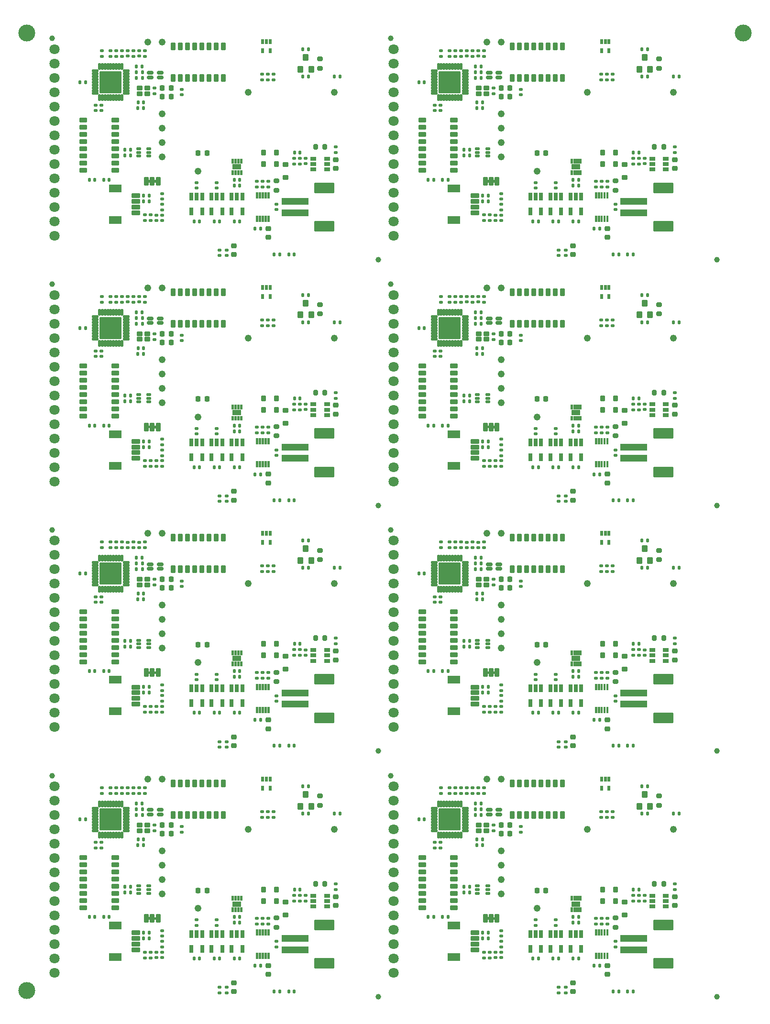
<source format=gbs>
%TF.GenerationSoftware,KiCad,Pcbnew,7.0.10*%
%TF.CreationDate,2024-01-23T10:39:53+00:00*%
%TF.ProjectId,SparkFun_RTK_Facet_mosaic_panelized,53706172-6b46-4756-9e5f-52544b5f4661,rev?*%
%TF.SameCoordinates,Original*%
%TF.FileFunction,Soldermask,Bot*%
%TF.FilePolarity,Negative*%
%FSLAX46Y46*%
G04 Gerber Fmt 4.6, Leading zero omitted, Abs format (unit mm)*
G04 Created by KiCad (PCBNEW 7.0.10) date 2024-01-23 10:39:53*
%MOMM*%
%LPD*%
G01*
G04 APERTURE LIST*
G04 Aperture macros list*
%AMRoundRect*
0 Rectangle with rounded corners*
0 $1 Rounding radius*
0 $2 $3 $4 $5 $6 $7 $8 $9 X,Y pos of 4 corners*
0 Add a 4 corners polygon primitive as box body*
4,1,4,$2,$3,$4,$5,$6,$7,$8,$9,$2,$3,0*
0 Add four circle primitives for the rounded corners*
1,1,$1+$1,$2,$3*
1,1,$1+$1,$4,$5*
1,1,$1+$1,$6,$7*
1,1,$1+$1,$8,$9*
0 Add four rect primitives between the rounded corners*
20,1,$1+$1,$2,$3,$4,$5,0*
20,1,$1+$1,$4,$5,$6,$7,0*
20,1,$1+$1,$6,$7,$8,$9,0*
20,1,$1+$1,$8,$9,$2,$3,0*%
G04 Aperture macros list end*
%ADD10C,3.000000*%
%ADD11RoundRect,0.140000X-0.140000X-0.170000X0.140000X-0.170000X0.140000X0.170000X-0.140000X0.170000X0*%
%ADD12RoundRect,0.135000X0.185000X-0.135000X0.185000X0.135000X-0.185000X0.135000X-0.185000X-0.135000X0*%
%ADD13RoundRect,0.101600X-0.275000X-0.600000X0.275000X-0.600000X0.275000X0.600000X-0.275000X0.600000X0*%
%ADD14RoundRect,0.200000X0.200000X0.275000X-0.200000X0.275000X-0.200000X-0.275000X0.200000X-0.275000X0*%
%ADD15RoundRect,0.140000X-0.170000X0.140000X-0.170000X-0.140000X0.170000X-0.140000X0.170000X0.140000X0*%
%ADD16RoundRect,0.225000X-0.225000X-0.250000X0.225000X-0.250000X0.225000X0.250000X-0.225000X0.250000X0*%
%ADD17RoundRect,0.609600X0.000000X0.000000X0.000000X0.000000X0.000000X0.000000X0.000000X0.000000X0*%
%ADD18RoundRect,0.101600X2.300000X-0.500000X2.300000X0.500000X-2.300000X0.500000X-2.300000X-0.500000X0*%
%ADD19RoundRect,0.101600X-1.700000X-0.800000X1.700000X-0.800000X1.700000X0.800000X-1.700000X0.800000X0*%
%ADD20RoundRect,0.101600X-0.150000X-0.350000X0.150000X-0.350000X0.150000X0.350000X-0.150000X0.350000X0*%
%ADD21RoundRect,0.135000X-0.185000X0.135000X-0.185000X-0.135000X0.185000X-0.135000X0.185000X0.135000X0*%
%ADD22RoundRect,0.101600X0.140000X-0.450000X0.140000X0.450000X-0.140000X0.450000X-0.140000X-0.450000X0*%
%ADD23RoundRect,0.101600X-0.450000X-0.140000X0.450000X-0.140000X0.450000X0.140000X-0.450000X0.140000X0*%
%ADD24RoundRect,0.101600X-0.140000X0.450000X-0.140000X-0.450000X0.140000X-0.450000X0.140000X0.450000X0*%
%ADD25RoundRect,0.101600X0.450000X0.140000X-0.450000X0.140000X-0.450000X-0.140000X0.450000X-0.140000X0*%
%ADD26RoundRect,0.101600X1.850000X-1.850000X1.850000X1.850000X-1.850000X1.850000X-1.850000X-1.850000X0*%
%ADD27RoundRect,0.135000X-0.135000X-0.185000X0.135000X-0.185000X0.135000X0.185000X-0.135000X0.185000X0*%
%ADD28RoundRect,0.101600X-0.415000X0.315000X-0.415000X-0.315000X0.415000X-0.315000X0.415000X0.315000X0*%
%ADD29RoundRect,0.135000X0.135000X0.185000X-0.135000X0.185000X-0.135000X-0.185000X0.135000X-0.185000X0*%
%ADD30RoundRect,0.140000X0.170000X-0.140000X0.170000X0.140000X-0.170000X0.140000X-0.170000X-0.140000X0*%
%ADD31RoundRect,0.101600X0.450000X0.200000X-0.450000X0.200000X-0.450000X-0.200000X0.450000X-0.200000X0*%
%ADD32RoundRect,0.101600X-0.375000X-0.350000X0.375000X-0.350000X0.375000X0.350000X-0.375000X0.350000X0*%
%ADD33RoundRect,0.101600X0.375000X0.350000X-0.375000X0.350000X-0.375000X-0.350000X0.375000X-0.350000X0*%
%ADD34RoundRect,0.101600X0.675000X-0.300000X0.675000X0.300000X-0.675000X0.300000X-0.675000X-0.300000X0*%
%ADD35RoundRect,0.101600X1.000000X-0.600000X1.000000X0.600000X-1.000000X0.600000X-1.000000X-0.600000X0*%
%ADD36RoundRect,0.101600X0.600000X-0.300000X0.600000X0.300000X-0.600000X0.300000X-0.600000X-0.300000X0*%
%ADD37RoundRect,0.101600X0.315000X0.415000X-0.315000X0.415000X-0.315000X-0.415000X0.315000X-0.415000X0*%
%ADD38RoundRect,0.225000X-0.250000X0.225000X-0.250000X-0.225000X0.250000X-0.225000X0.250000X0.225000X0*%
%ADD39RoundRect,0.225000X0.225000X0.250000X-0.225000X0.250000X-0.225000X-0.250000X0.225000X-0.250000X0*%
%ADD40RoundRect,0.140000X0.140000X0.170000X-0.140000X0.170000X-0.140000X-0.170000X0.140000X-0.170000X0*%
%ADD41RoundRect,0.101600X-0.300000X-0.600000X0.300000X-0.600000X0.300000X0.600000X-0.300000X0.600000X0*%
%ADD42RoundRect,0.200000X-0.275000X0.200000X-0.275000X-0.200000X0.275000X-0.200000X0.275000X0.200000X0*%
%ADD43C,1.000000*%
%ADD44RoundRect,0.101600X0.400000X-0.275000X0.400000X0.275000X-0.400000X0.275000X-0.400000X-0.275000X0*%
%ADD45RoundRect,0.101600X-0.400000X0.275000X-0.400000X-0.275000X0.400000X-0.275000X0.400000X0.275000X0*%
%ADD46RoundRect,0.101600X0.330000X-0.150000X0.330000X0.150000X-0.330000X0.150000X-0.330000X-0.150000X0*%
%ADD47RoundRect,0.101600X0.400000X0.450000X-0.400000X0.450000X-0.400000X-0.450000X0.400000X-0.450000X0*%
%ADD48RoundRect,0.200000X0.275000X-0.200000X0.275000X0.200000X-0.275000X0.200000X-0.275000X-0.200000X0*%
%ADD49RoundRect,0.101600X-0.330200X-0.635000X0.330200X-0.635000X0.330200X0.635000X-0.330200X0.635000X0*%
%ADD50RoundRect,0.101600X0.330200X0.635000X-0.330200X0.635000X-0.330200X-0.635000X0.330200X-0.635000X0*%
%ADD51C,1.803200*%
G04 APERTURE END LIST*
%TO.C,U4*%
G36*
X92998000Y146342000D02*
G01*
X92558000Y146342000D01*
X92558000Y147182000D01*
X92998000Y147182000D01*
X92998000Y146342000D01*
G37*
G36*
X93498000Y146342000D02*
G01*
X93058000Y146342000D01*
X93058000Y147182000D01*
X93498000Y147182000D01*
X93498000Y146342000D01*
G37*
G36*
X93998000Y146342000D02*
G01*
X93558000Y146342000D01*
X93558000Y147182000D01*
X93998000Y147182000D01*
X93998000Y146342000D01*
G37*
G36*
X94498000Y146342000D02*
G01*
X94058000Y146342000D01*
X94058000Y147182000D01*
X94498000Y147182000D01*
X94498000Y146342000D01*
G37*
G36*
X94288000Y147302000D02*
G01*
X92768000Y147302000D01*
X92768000Y148242000D01*
X94288000Y148242000D01*
X94288000Y147302000D01*
G37*
G36*
X92998000Y148342000D02*
G01*
X92558000Y148342000D01*
X92558000Y149182000D01*
X92998000Y149182000D01*
X92998000Y148342000D01*
G37*
G36*
X93498000Y148342000D02*
G01*
X93058000Y148342000D01*
X93058000Y149182000D01*
X93498000Y149182000D01*
X93498000Y148342000D01*
G37*
G36*
X93998000Y148342000D02*
G01*
X93558000Y148342000D01*
X93558000Y149182000D01*
X93998000Y149182000D01*
X93998000Y148342000D01*
G37*
G36*
X94498000Y148342000D02*
G01*
X94058000Y148342000D01*
X94058000Y149182000D01*
X94498000Y149182000D01*
X94498000Y148342000D01*
G37*
G36*
X92998000Y102842000D02*
G01*
X92558000Y102842000D01*
X92558000Y103682000D01*
X92998000Y103682000D01*
X92998000Y102842000D01*
G37*
G36*
X93498000Y102842000D02*
G01*
X93058000Y102842000D01*
X93058000Y103682000D01*
X93498000Y103682000D01*
X93498000Y102842000D01*
G37*
G36*
X93998000Y102842000D02*
G01*
X93558000Y102842000D01*
X93558000Y103682000D01*
X93998000Y103682000D01*
X93998000Y102842000D01*
G37*
G36*
X94498000Y102842000D02*
G01*
X94058000Y102842000D01*
X94058000Y103682000D01*
X94498000Y103682000D01*
X94498000Y102842000D01*
G37*
G36*
X94288000Y103802000D02*
G01*
X92768000Y103802000D01*
X92768000Y104742000D01*
X94288000Y104742000D01*
X94288000Y103802000D01*
G37*
G36*
X92998000Y104842000D02*
G01*
X92558000Y104842000D01*
X92558000Y105682000D01*
X92998000Y105682000D01*
X92998000Y104842000D01*
G37*
G36*
X93498000Y104842000D02*
G01*
X93058000Y104842000D01*
X93058000Y105682000D01*
X93498000Y105682000D01*
X93498000Y104842000D01*
G37*
G36*
X93998000Y104842000D02*
G01*
X93558000Y104842000D01*
X93558000Y105682000D01*
X93998000Y105682000D01*
X93998000Y104842000D01*
G37*
G36*
X94498000Y104842000D02*
G01*
X94058000Y104842000D01*
X94058000Y105682000D01*
X94498000Y105682000D01*
X94498000Y104842000D01*
G37*
G36*
X92998000Y59342000D02*
G01*
X92558000Y59342000D01*
X92558000Y60182000D01*
X92998000Y60182000D01*
X92998000Y59342000D01*
G37*
G36*
X93498000Y59342000D02*
G01*
X93058000Y59342000D01*
X93058000Y60182000D01*
X93498000Y60182000D01*
X93498000Y59342000D01*
G37*
G36*
X93998000Y59342000D02*
G01*
X93558000Y59342000D01*
X93558000Y60182000D01*
X93998000Y60182000D01*
X93998000Y59342000D01*
G37*
G36*
X94498000Y59342000D02*
G01*
X94058000Y59342000D01*
X94058000Y60182000D01*
X94498000Y60182000D01*
X94498000Y59342000D01*
G37*
G36*
X94288000Y60302000D02*
G01*
X92768000Y60302000D01*
X92768000Y61242000D01*
X94288000Y61242000D01*
X94288000Y60302000D01*
G37*
G36*
X92998000Y61342000D02*
G01*
X92558000Y61342000D01*
X92558000Y62182000D01*
X92998000Y62182000D01*
X92998000Y61342000D01*
G37*
G36*
X93498000Y61342000D02*
G01*
X93058000Y61342000D01*
X93058000Y62182000D01*
X93498000Y62182000D01*
X93498000Y61342000D01*
G37*
G36*
X93998000Y61342000D02*
G01*
X93558000Y61342000D01*
X93558000Y62182000D01*
X93998000Y62182000D01*
X93998000Y61342000D01*
G37*
G36*
X94498000Y61342000D02*
G01*
X94058000Y61342000D01*
X94058000Y62182000D01*
X94498000Y62182000D01*
X94498000Y61342000D01*
G37*
G36*
X92998000Y15842000D02*
G01*
X92558000Y15842000D01*
X92558000Y16682000D01*
X92998000Y16682000D01*
X92998000Y15842000D01*
G37*
G36*
X93498000Y15842000D02*
G01*
X93058000Y15842000D01*
X93058000Y16682000D01*
X93498000Y16682000D01*
X93498000Y15842000D01*
G37*
G36*
X93998000Y15842000D02*
G01*
X93558000Y15842000D01*
X93558000Y16682000D01*
X93998000Y16682000D01*
X93998000Y15842000D01*
G37*
G36*
X94498000Y15842000D02*
G01*
X94058000Y15842000D01*
X94058000Y16682000D01*
X94498000Y16682000D01*
X94498000Y15842000D01*
G37*
G36*
X94288000Y16802000D02*
G01*
X92768000Y16802000D01*
X92768000Y17742000D01*
X94288000Y17742000D01*
X94288000Y16802000D01*
G37*
G36*
X92998000Y17842000D02*
G01*
X92558000Y17842000D01*
X92558000Y18682000D01*
X92998000Y18682000D01*
X92998000Y17842000D01*
G37*
G36*
X93498000Y17842000D02*
G01*
X93058000Y17842000D01*
X93058000Y18682000D01*
X93498000Y18682000D01*
X93498000Y17842000D01*
G37*
G36*
X93998000Y17842000D02*
G01*
X93558000Y17842000D01*
X93558000Y18682000D01*
X93998000Y18682000D01*
X93998000Y17842000D01*
G37*
G36*
X94498000Y17842000D02*
G01*
X94058000Y17842000D01*
X94058000Y18682000D01*
X94498000Y18682000D01*
X94498000Y17842000D01*
G37*
G36*
X32998000Y146342000D02*
G01*
X32558000Y146342000D01*
X32558000Y147182000D01*
X32998000Y147182000D01*
X32998000Y146342000D01*
G37*
G36*
X33498000Y146342000D02*
G01*
X33058000Y146342000D01*
X33058000Y147182000D01*
X33498000Y147182000D01*
X33498000Y146342000D01*
G37*
G36*
X33998000Y146342000D02*
G01*
X33558000Y146342000D01*
X33558000Y147182000D01*
X33998000Y147182000D01*
X33998000Y146342000D01*
G37*
G36*
X34498000Y146342000D02*
G01*
X34058000Y146342000D01*
X34058000Y147182000D01*
X34498000Y147182000D01*
X34498000Y146342000D01*
G37*
G36*
X34288000Y147302000D02*
G01*
X32768000Y147302000D01*
X32768000Y148242000D01*
X34288000Y148242000D01*
X34288000Y147302000D01*
G37*
G36*
X32998000Y148342000D02*
G01*
X32558000Y148342000D01*
X32558000Y149182000D01*
X32998000Y149182000D01*
X32998000Y148342000D01*
G37*
G36*
X33498000Y148342000D02*
G01*
X33058000Y148342000D01*
X33058000Y149182000D01*
X33498000Y149182000D01*
X33498000Y148342000D01*
G37*
G36*
X33998000Y148342000D02*
G01*
X33558000Y148342000D01*
X33558000Y149182000D01*
X33998000Y149182000D01*
X33998000Y148342000D01*
G37*
G36*
X34498000Y148342000D02*
G01*
X34058000Y148342000D01*
X34058000Y149182000D01*
X34498000Y149182000D01*
X34498000Y148342000D01*
G37*
G36*
X32998000Y102842000D02*
G01*
X32558000Y102842000D01*
X32558000Y103682000D01*
X32998000Y103682000D01*
X32998000Y102842000D01*
G37*
G36*
X33498000Y102842000D02*
G01*
X33058000Y102842000D01*
X33058000Y103682000D01*
X33498000Y103682000D01*
X33498000Y102842000D01*
G37*
G36*
X33998000Y102842000D02*
G01*
X33558000Y102842000D01*
X33558000Y103682000D01*
X33998000Y103682000D01*
X33998000Y102842000D01*
G37*
G36*
X34498000Y102842000D02*
G01*
X34058000Y102842000D01*
X34058000Y103682000D01*
X34498000Y103682000D01*
X34498000Y102842000D01*
G37*
G36*
X34288000Y103802000D02*
G01*
X32768000Y103802000D01*
X32768000Y104742000D01*
X34288000Y104742000D01*
X34288000Y103802000D01*
G37*
G36*
X32998000Y104842000D02*
G01*
X32558000Y104842000D01*
X32558000Y105682000D01*
X32998000Y105682000D01*
X32998000Y104842000D01*
G37*
G36*
X33498000Y104842000D02*
G01*
X33058000Y104842000D01*
X33058000Y105682000D01*
X33498000Y105682000D01*
X33498000Y104842000D01*
G37*
G36*
X33998000Y104842000D02*
G01*
X33558000Y104842000D01*
X33558000Y105682000D01*
X33998000Y105682000D01*
X33998000Y104842000D01*
G37*
G36*
X34498000Y104842000D02*
G01*
X34058000Y104842000D01*
X34058000Y105682000D01*
X34498000Y105682000D01*
X34498000Y104842000D01*
G37*
G36*
X32998000Y59342000D02*
G01*
X32558000Y59342000D01*
X32558000Y60182000D01*
X32998000Y60182000D01*
X32998000Y59342000D01*
G37*
G36*
X33498000Y59342000D02*
G01*
X33058000Y59342000D01*
X33058000Y60182000D01*
X33498000Y60182000D01*
X33498000Y59342000D01*
G37*
G36*
X33998000Y59342000D02*
G01*
X33558000Y59342000D01*
X33558000Y60182000D01*
X33998000Y60182000D01*
X33998000Y59342000D01*
G37*
G36*
X34498000Y59342000D02*
G01*
X34058000Y59342000D01*
X34058000Y60182000D01*
X34498000Y60182000D01*
X34498000Y59342000D01*
G37*
G36*
X34288000Y60302000D02*
G01*
X32768000Y60302000D01*
X32768000Y61242000D01*
X34288000Y61242000D01*
X34288000Y60302000D01*
G37*
G36*
X32998000Y61342000D02*
G01*
X32558000Y61342000D01*
X32558000Y62182000D01*
X32998000Y62182000D01*
X32998000Y61342000D01*
G37*
G36*
X33498000Y61342000D02*
G01*
X33058000Y61342000D01*
X33058000Y62182000D01*
X33498000Y62182000D01*
X33498000Y61342000D01*
G37*
G36*
X33998000Y61342000D02*
G01*
X33558000Y61342000D01*
X33558000Y62182000D01*
X33998000Y62182000D01*
X33998000Y61342000D01*
G37*
G36*
X34498000Y61342000D02*
G01*
X34058000Y61342000D01*
X34058000Y62182000D01*
X34498000Y62182000D01*
X34498000Y61342000D01*
G37*
%TO.C,U10*%
G36*
X97300000Y138060000D02*
G01*
X96900000Y138060000D01*
X96900000Y139160000D01*
X97300000Y139160000D01*
X97300000Y138060000D01*
G37*
G36*
X97800000Y138060000D02*
G01*
X97400000Y138060000D01*
X97400000Y139160000D01*
X97800000Y139160000D01*
X97800000Y138060000D01*
G37*
G36*
X98300000Y138060000D02*
G01*
X97900000Y138060000D01*
X97900000Y139160000D01*
X98300000Y139160000D01*
X98300000Y138060000D01*
G37*
G36*
X98800000Y138060000D02*
G01*
X98400000Y138060000D01*
X98400000Y139160000D01*
X98800000Y139160000D01*
X98800000Y138060000D01*
G37*
G36*
X99300000Y138060000D02*
G01*
X98900000Y138060000D01*
X98900000Y139160000D01*
X99300000Y139160000D01*
X99300000Y138060000D01*
G37*
G36*
X97300000Y142160000D02*
G01*
X96900000Y142160000D01*
X96900000Y143260000D01*
X97300000Y143260000D01*
X97300000Y142160000D01*
G37*
G36*
X97800000Y142160000D02*
G01*
X97400000Y142160000D01*
X97400000Y143260000D01*
X97800000Y143260000D01*
X97800000Y142160000D01*
G37*
G36*
X98300000Y142160000D02*
G01*
X97900000Y142160000D01*
X97900000Y143260000D01*
X98300000Y143260000D01*
X98300000Y142160000D01*
G37*
G36*
X98800000Y142160000D02*
G01*
X98400000Y142160000D01*
X98400000Y143260000D01*
X98800000Y143260000D01*
X98800000Y142160000D01*
G37*
G36*
X99300000Y142160000D02*
G01*
X98900000Y142160000D01*
X98900000Y143260000D01*
X99300000Y143260000D01*
X99300000Y142160000D01*
G37*
G36*
X97300000Y94560000D02*
G01*
X96900000Y94560000D01*
X96900000Y95660000D01*
X97300000Y95660000D01*
X97300000Y94560000D01*
G37*
G36*
X97800000Y94560000D02*
G01*
X97400000Y94560000D01*
X97400000Y95660000D01*
X97800000Y95660000D01*
X97800000Y94560000D01*
G37*
G36*
X98300000Y94560000D02*
G01*
X97900000Y94560000D01*
X97900000Y95660000D01*
X98300000Y95660000D01*
X98300000Y94560000D01*
G37*
G36*
X98800000Y94560000D02*
G01*
X98400000Y94560000D01*
X98400000Y95660000D01*
X98800000Y95660000D01*
X98800000Y94560000D01*
G37*
G36*
X99300000Y94560000D02*
G01*
X98900000Y94560000D01*
X98900000Y95660000D01*
X99300000Y95660000D01*
X99300000Y94560000D01*
G37*
G36*
X97300000Y98660000D02*
G01*
X96900000Y98660000D01*
X96900000Y99760000D01*
X97300000Y99760000D01*
X97300000Y98660000D01*
G37*
G36*
X97800000Y98660000D02*
G01*
X97400000Y98660000D01*
X97400000Y99760000D01*
X97800000Y99760000D01*
X97800000Y98660000D01*
G37*
G36*
X98300000Y98660000D02*
G01*
X97900000Y98660000D01*
X97900000Y99760000D01*
X98300000Y99760000D01*
X98300000Y98660000D01*
G37*
G36*
X98800000Y98660000D02*
G01*
X98400000Y98660000D01*
X98400000Y99760000D01*
X98800000Y99760000D01*
X98800000Y98660000D01*
G37*
G36*
X99300000Y98660000D02*
G01*
X98900000Y98660000D01*
X98900000Y99760000D01*
X99300000Y99760000D01*
X99300000Y98660000D01*
G37*
G36*
X97300000Y51060000D02*
G01*
X96900000Y51060000D01*
X96900000Y52160000D01*
X97300000Y52160000D01*
X97300000Y51060000D01*
G37*
G36*
X97800000Y51060000D02*
G01*
X97400000Y51060000D01*
X97400000Y52160000D01*
X97800000Y52160000D01*
X97800000Y51060000D01*
G37*
G36*
X98300000Y51060000D02*
G01*
X97900000Y51060000D01*
X97900000Y52160000D01*
X98300000Y52160000D01*
X98300000Y51060000D01*
G37*
G36*
X98800000Y51060000D02*
G01*
X98400000Y51060000D01*
X98400000Y52160000D01*
X98800000Y52160000D01*
X98800000Y51060000D01*
G37*
G36*
X99300000Y51060000D02*
G01*
X98900000Y51060000D01*
X98900000Y52160000D01*
X99300000Y52160000D01*
X99300000Y51060000D01*
G37*
G36*
X97300000Y55160000D02*
G01*
X96900000Y55160000D01*
X96900000Y56260000D01*
X97300000Y56260000D01*
X97300000Y55160000D01*
G37*
G36*
X97800000Y55160000D02*
G01*
X97400000Y55160000D01*
X97400000Y56260000D01*
X97800000Y56260000D01*
X97800000Y55160000D01*
G37*
G36*
X98300000Y55160000D02*
G01*
X97900000Y55160000D01*
X97900000Y56260000D01*
X98300000Y56260000D01*
X98300000Y55160000D01*
G37*
G36*
X98800000Y55160000D02*
G01*
X98400000Y55160000D01*
X98400000Y56260000D01*
X98800000Y56260000D01*
X98800000Y55160000D01*
G37*
G36*
X99300000Y55160000D02*
G01*
X98900000Y55160000D01*
X98900000Y56260000D01*
X99300000Y56260000D01*
X99300000Y55160000D01*
G37*
G36*
X97300000Y7560000D02*
G01*
X96900000Y7560000D01*
X96900000Y8660000D01*
X97300000Y8660000D01*
X97300000Y7560000D01*
G37*
G36*
X97800000Y7560000D02*
G01*
X97400000Y7560000D01*
X97400000Y8660000D01*
X97800000Y8660000D01*
X97800000Y7560000D01*
G37*
G36*
X98300000Y7560000D02*
G01*
X97900000Y7560000D01*
X97900000Y8660000D01*
X98300000Y8660000D01*
X98300000Y7560000D01*
G37*
G36*
X98800000Y7560000D02*
G01*
X98400000Y7560000D01*
X98400000Y8660000D01*
X98800000Y8660000D01*
X98800000Y7560000D01*
G37*
G36*
X99300000Y7560000D02*
G01*
X98900000Y7560000D01*
X98900000Y8660000D01*
X99300000Y8660000D01*
X99300000Y7560000D01*
G37*
G36*
X97300000Y11660000D02*
G01*
X96900000Y11660000D01*
X96900000Y12760000D01*
X97300000Y12760000D01*
X97300000Y11660000D01*
G37*
G36*
X97800000Y11660000D02*
G01*
X97400000Y11660000D01*
X97400000Y12760000D01*
X97800000Y12760000D01*
X97800000Y11660000D01*
G37*
G36*
X98300000Y11660000D02*
G01*
X97900000Y11660000D01*
X97900000Y12760000D01*
X98300000Y12760000D01*
X98300000Y11660000D01*
G37*
G36*
X98800000Y11660000D02*
G01*
X98400000Y11660000D01*
X98400000Y12760000D01*
X98800000Y12760000D01*
X98800000Y11660000D01*
G37*
G36*
X99300000Y11660000D02*
G01*
X98900000Y11660000D01*
X98900000Y12760000D01*
X99300000Y12760000D01*
X99300000Y11660000D01*
G37*
G36*
X37300000Y138060000D02*
G01*
X36900000Y138060000D01*
X36900000Y139160000D01*
X37300000Y139160000D01*
X37300000Y138060000D01*
G37*
G36*
X37800000Y138060000D02*
G01*
X37400000Y138060000D01*
X37400000Y139160000D01*
X37800000Y139160000D01*
X37800000Y138060000D01*
G37*
G36*
X38300000Y138060000D02*
G01*
X37900000Y138060000D01*
X37900000Y139160000D01*
X38300000Y139160000D01*
X38300000Y138060000D01*
G37*
G36*
X38800000Y138060000D02*
G01*
X38400000Y138060000D01*
X38400000Y139160000D01*
X38800000Y139160000D01*
X38800000Y138060000D01*
G37*
G36*
X39300000Y138060000D02*
G01*
X38900000Y138060000D01*
X38900000Y139160000D01*
X39300000Y139160000D01*
X39300000Y138060000D01*
G37*
G36*
X37300000Y142160000D02*
G01*
X36900000Y142160000D01*
X36900000Y143260000D01*
X37300000Y143260000D01*
X37300000Y142160000D01*
G37*
G36*
X37800000Y142160000D02*
G01*
X37400000Y142160000D01*
X37400000Y143260000D01*
X37800000Y143260000D01*
X37800000Y142160000D01*
G37*
G36*
X38300000Y142160000D02*
G01*
X37900000Y142160000D01*
X37900000Y143260000D01*
X38300000Y143260000D01*
X38300000Y142160000D01*
G37*
G36*
X38800000Y142160000D02*
G01*
X38400000Y142160000D01*
X38400000Y143260000D01*
X38800000Y143260000D01*
X38800000Y142160000D01*
G37*
G36*
X39300000Y142160000D02*
G01*
X38900000Y142160000D01*
X38900000Y143260000D01*
X39300000Y143260000D01*
X39300000Y142160000D01*
G37*
G36*
X37300000Y94560000D02*
G01*
X36900000Y94560000D01*
X36900000Y95660000D01*
X37300000Y95660000D01*
X37300000Y94560000D01*
G37*
G36*
X37800000Y94560000D02*
G01*
X37400000Y94560000D01*
X37400000Y95660000D01*
X37800000Y95660000D01*
X37800000Y94560000D01*
G37*
G36*
X38300000Y94560000D02*
G01*
X37900000Y94560000D01*
X37900000Y95660000D01*
X38300000Y95660000D01*
X38300000Y94560000D01*
G37*
G36*
X38800000Y94560000D02*
G01*
X38400000Y94560000D01*
X38400000Y95660000D01*
X38800000Y95660000D01*
X38800000Y94560000D01*
G37*
G36*
X39300000Y94560000D02*
G01*
X38900000Y94560000D01*
X38900000Y95660000D01*
X39300000Y95660000D01*
X39300000Y94560000D01*
G37*
G36*
X37300000Y98660000D02*
G01*
X36900000Y98660000D01*
X36900000Y99760000D01*
X37300000Y99760000D01*
X37300000Y98660000D01*
G37*
G36*
X37800000Y98660000D02*
G01*
X37400000Y98660000D01*
X37400000Y99760000D01*
X37800000Y99760000D01*
X37800000Y98660000D01*
G37*
G36*
X38300000Y98660000D02*
G01*
X37900000Y98660000D01*
X37900000Y99760000D01*
X38300000Y99760000D01*
X38300000Y98660000D01*
G37*
G36*
X38800000Y98660000D02*
G01*
X38400000Y98660000D01*
X38400000Y99760000D01*
X38800000Y99760000D01*
X38800000Y98660000D01*
G37*
G36*
X39300000Y98660000D02*
G01*
X38900000Y98660000D01*
X38900000Y99760000D01*
X39300000Y99760000D01*
X39300000Y98660000D01*
G37*
G36*
X37300000Y51060000D02*
G01*
X36900000Y51060000D01*
X36900000Y52160000D01*
X37300000Y52160000D01*
X37300000Y51060000D01*
G37*
G36*
X37800000Y51060000D02*
G01*
X37400000Y51060000D01*
X37400000Y52160000D01*
X37800000Y52160000D01*
X37800000Y51060000D01*
G37*
G36*
X38300000Y51060000D02*
G01*
X37900000Y51060000D01*
X37900000Y52160000D01*
X38300000Y52160000D01*
X38300000Y51060000D01*
G37*
G36*
X38800000Y51060000D02*
G01*
X38400000Y51060000D01*
X38400000Y52160000D01*
X38800000Y52160000D01*
X38800000Y51060000D01*
G37*
G36*
X39300000Y51060000D02*
G01*
X38900000Y51060000D01*
X38900000Y52160000D01*
X39300000Y52160000D01*
X39300000Y51060000D01*
G37*
G36*
X37300000Y55160000D02*
G01*
X36900000Y55160000D01*
X36900000Y56260000D01*
X37300000Y56260000D01*
X37300000Y55160000D01*
G37*
G36*
X37800000Y55160000D02*
G01*
X37400000Y55160000D01*
X37400000Y56260000D01*
X37800000Y56260000D01*
X37800000Y55160000D01*
G37*
G36*
X38300000Y55160000D02*
G01*
X37900000Y55160000D01*
X37900000Y56260000D01*
X38300000Y56260000D01*
X38300000Y55160000D01*
G37*
G36*
X38800000Y55160000D02*
G01*
X38400000Y55160000D01*
X38400000Y56260000D01*
X38800000Y56260000D01*
X38800000Y55160000D01*
G37*
G36*
X39300000Y55160000D02*
G01*
X38900000Y55160000D01*
X38900000Y56260000D01*
X39300000Y56260000D01*
X39300000Y55160000D01*
G37*
%TO.C,JP1*%
G36*
X78275300Y144991500D02*
G01*
X77767300Y144991500D01*
X77767300Y145472500D01*
X78275300Y145472500D01*
X78275300Y144991500D01*
G37*
G36*
X79308000Y144968500D02*
G01*
X78800000Y144968500D01*
X78800000Y145449500D01*
X79308000Y145449500D01*
X79308000Y144968500D01*
G37*
G36*
X78275300Y101491500D02*
G01*
X77767300Y101491500D01*
X77767300Y101972500D01*
X78275300Y101972500D01*
X78275300Y101491500D01*
G37*
G36*
X79308000Y101468500D02*
G01*
X78800000Y101468500D01*
X78800000Y101949500D01*
X79308000Y101949500D01*
X79308000Y101468500D01*
G37*
G36*
X78275300Y57991500D02*
G01*
X77767300Y57991500D01*
X77767300Y58472500D01*
X78275300Y58472500D01*
X78275300Y57991500D01*
G37*
G36*
X79308000Y57968500D02*
G01*
X78800000Y57968500D01*
X78800000Y58449500D01*
X79308000Y58449500D01*
X79308000Y57968500D01*
G37*
G36*
X78275300Y14491500D02*
G01*
X77767300Y14491500D01*
X77767300Y14972500D01*
X78275300Y14972500D01*
X78275300Y14491500D01*
G37*
G36*
X79308000Y14468500D02*
G01*
X78800000Y14468500D01*
X78800000Y14949500D01*
X79308000Y14949500D01*
X79308000Y14468500D01*
G37*
G36*
X18275300Y144991500D02*
G01*
X17767300Y144991500D01*
X17767300Y145472500D01*
X18275300Y145472500D01*
X18275300Y144991500D01*
G37*
G36*
X19308000Y144968500D02*
G01*
X18800000Y144968500D01*
X18800000Y145449500D01*
X19308000Y145449500D01*
X19308000Y144968500D01*
G37*
G36*
X18275300Y101491500D02*
G01*
X17767300Y101491500D01*
X17767300Y101972500D01*
X18275300Y101972500D01*
X18275300Y101491500D01*
G37*
G36*
X19308000Y101468500D02*
G01*
X18800000Y101468500D01*
X18800000Y101949500D01*
X19308000Y101949500D01*
X19308000Y101468500D01*
G37*
G36*
X18275300Y57991500D02*
G01*
X17767300Y57991500D01*
X17767300Y58472500D01*
X18275300Y58472500D01*
X18275300Y57991500D01*
G37*
G36*
X19308000Y57968500D02*
G01*
X18800000Y57968500D01*
X18800000Y58449500D01*
X19308000Y58449500D01*
X19308000Y57968500D01*
G37*
G36*
X18275300Y14491500D02*
G01*
X17767300Y14491500D01*
X17767300Y14972500D01*
X18275300Y14972500D01*
X18275300Y14491500D01*
G37*
G36*
X19308000Y14468500D02*
G01*
X18800000Y14468500D01*
X18800000Y14949500D01*
X19308000Y14949500D01*
X19308000Y14468500D01*
G37*
%TO.C,U10*%
G36*
X37300000Y7560000D02*
G01*
X36900000Y7560000D01*
X36900000Y8660000D01*
X37300000Y8660000D01*
X37300000Y7560000D01*
G37*
G36*
X37800000Y7560000D02*
G01*
X37400000Y7560000D01*
X37400000Y8660000D01*
X37800000Y8660000D01*
X37800000Y7560000D01*
G37*
G36*
X38300000Y7560000D02*
G01*
X37900000Y7560000D01*
X37900000Y8660000D01*
X38300000Y8660000D01*
X38300000Y7560000D01*
G37*
G36*
X38800000Y7560000D02*
G01*
X38400000Y7560000D01*
X38400000Y8660000D01*
X38800000Y8660000D01*
X38800000Y7560000D01*
G37*
G36*
X39300000Y7560000D02*
G01*
X38900000Y7560000D01*
X38900000Y8660000D01*
X39300000Y8660000D01*
X39300000Y7560000D01*
G37*
G36*
X37300000Y11660000D02*
G01*
X36900000Y11660000D01*
X36900000Y12760000D01*
X37300000Y12760000D01*
X37300000Y11660000D01*
G37*
G36*
X37800000Y11660000D02*
G01*
X37400000Y11660000D01*
X37400000Y12760000D01*
X37800000Y12760000D01*
X37800000Y11660000D01*
G37*
G36*
X38300000Y11660000D02*
G01*
X37900000Y11660000D01*
X37900000Y12760000D01*
X38300000Y12760000D01*
X38300000Y11660000D01*
G37*
G36*
X38800000Y11660000D02*
G01*
X38400000Y11660000D01*
X38400000Y12760000D01*
X38800000Y12760000D01*
X38800000Y11660000D01*
G37*
G36*
X39300000Y11660000D02*
G01*
X38900000Y11660000D01*
X38900000Y12760000D01*
X39300000Y12760000D01*
X39300000Y11660000D01*
G37*
%TO.C,U4*%
G36*
X32998000Y15842000D02*
G01*
X32558000Y15842000D01*
X32558000Y16682000D01*
X32998000Y16682000D01*
X32998000Y15842000D01*
G37*
G36*
X33498000Y15842000D02*
G01*
X33058000Y15842000D01*
X33058000Y16682000D01*
X33498000Y16682000D01*
X33498000Y15842000D01*
G37*
G36*
X33998000Y15842000D02*
G01*
X33558000Y15842000D01*
X33558000Y16682000D01*
X33998000Y16682000D01*
X33998000Y15842000D01*
G37*
G36*
X34498000Y15842000D02*
G01*
X34058000Y15842000D01*
X34058000Y16682000D01*
X34498000Y16682000D01*
X34498000Y15842000D01*
G37*
G36*
X34288000Y16802000D02*
G01*
X32768000Y16802000D01*
X32768000Y17742000D01*
X34288000Y17742000D01*
X34288000Y16802000D01*
G37*
G36*
X32998000Y17842000D02*
G01*
X32558000Y17842000D01*
X32558000Y18682000D01*
X32998000Y18682000D01*
X32998000Y17842000D01*
G37*
G36*
X33498000Y17842000D02*
G01*
X33058000Y17842000D01*
X33058000Y18682000D01*
X33498000Y18682000D01*
X33498000Y17842000D01*
G37*
G36*
X33998000Y17842000D02*
G01*
X33558000Y17842000D01*
X33558000Y18682000D01*
X33998000Y18682000D01*
X33998000Y17842000D01*
G37*
G36*
X34498000Y17842000D02*
G01*
X34058000Y17842000D01*
X34058000Y18682000D01*
X34498000Y18682000D01*
X34498000Y17842000D01*
G37*
%TD*%
D10*
%TO.C,*%
X123175000Y171500000D03*
%TD*%
%TO.C,*%
X-3675000Y171500000D03*
%TD*%
%TO.C,*%
X-3675000Y2000000D03*
%TD*%
D11*
%TO.C,C5*%
X69934000Y145486000D03*
X70894000Y145486000D03*
%TD*%
%TO.C,C5*%
X69934000Y101986000D03*
X70894000Y101986000D03*
%TD*%
%TO.C,C5*%
X69934000Y58486000D03*
X70894000Y58486000D03*
%TD*%
%TO.C,C5*%
X69934000Y14986000D03*
X70894000Y14986000D03*
%TD*%
%TO.C,C5*%
X9934000Y145486000D03*
X10894000Y145486000D03*
%TD*%
%TO.C,C5*%
X9934000Y101986000D03*
X10894000Y101986000D03*
%TD*%
%TO.C,C5*%
X9934000Y58486000D03*
X10894000Y58486000D03*
%TD*%
D12*
%TO.C,R36*%
X111054000Y150310000D03*
X111054000Y151330000D03*
%TD*%
%TO.C,R36*%
X111054000Y106810000D03*
X111054000Y107830000D03*
%TD*%
%TO.C,R36*%
X111054000Y63310000D03*
X111054000Y64330000D03*
%TD*%
%TO.C,R36*%
X111054000Y19810000D03*
X111054000Y20830000D03*
%TD*%
%TO.C,R36*%
X51054000Y150310000D03*
X51054000Y151330000D03*
%TD*%
%TO.C,R36*%
X51054000Y106810000D03*
X51054000Y107830000D03*
%TD*%
%TO.C,R36*%
X51054000Y63310000D03*
X51054000Y64330000D03*
%TD*%
D13*
%TO.C,U5*%
X89022000Y142468100D03*
X89972000Y142468100D03*
X90922000Y142468100D03*
X90922000Y139867900D03*
X89022000Y139867900D03*
%TD*%
%TO.C,U5*%
X89022000Y98968100D03*
X89972000Y98968100D03*
X90922000Y98968100D03*
X90922000Y96367900D03*
X89022000Y96367900D03*
%TD*%
%TO.C,U5*%
X89022000Y55468100D03*
X89972000Y55468100D03*
X90922000Y55468100D03*
X90922000Y52867900D03*
X89022000Y52867900D03*
%TD*%
%TO.C,U5*%
X89022000Y11968100D03*
X89972000Y11968100D03*
X90922000Y11968100D03*
X90922000Y9367900D03*
X89022000Y9367900D03*
%TD*%
%TO.C,U5*%
X29022000Y142468100D03*
X29972000Y142468100D03*
X30922000Y142468100D03*
X30922000Y139867900D03*
X29022000Y139867900D03*
%TD*%
%TO.C,U5*%
X29022000Y98968100D03*
X29972000Y98968100D03*
X30922000Y98968100D03*
X30922000Y96367900D03*
X29022000Y96367900D03*
%TD*%
%TO.C,U5*%
X29022000Y55468100D03*
X29972000Y55468100D03*
X30922000Y55468100D03*
X30922000Y52867900D03*
X29022000Y52867900D03*
%TD*%
D14*
%TO.C,R35*%
X109085000Y151328000D03*
X107435000Y151328000D03*
%TD*%
%TO.C,R35*%
X109085000Y107828000D03*
X107435000Y107828000D03*
%TD*%
%TO.C,R35*%
X109085000Y64328000D03*
X107435000Y64328000D03*
%TD*%
%TO.C,R35*%
X109085000Y20828000D03*
X107435000Y20828000D03*
%TD*%
%TO.C,R35*%
X49085000Y151328000D03*
X47435000Y151328000D03*
%TD*%
%TO.C,R35*%
X49085000Y107828000D03*
X47435000Y107828000D03*
%TD*%
%TO.C,R35*%
X49085000Y64328000D03*
X47435000Y64328000D03*
%TD*%
D12*
%TO.C,R38*%
X97973000Y163137000D03*
X97973000Y164157000D03*
%TD*%
%TO.C,R38*%
X97973000Y119637000D03*
X97973000Y120657000D03*
%TD*%
%TO.C,R38*%
X97973000Y76137000D03*
X97973000Y77157000D03*
%TD*%
%TO.C,R38*%
X97973000Y32637000D03*
X97973000Y33657000D03*
%TD*%
%TO.C,R38*%
X37973000Y163137000D03*
X37973000Y164157000D03*
%TD*%
%TO.C,R38*%
X37973000Y119637000D03*
X37973000Y120657000D03*
%TD*%
%TO.C,R38*%
X37973000Y76137000D03*
X37973000Y77157000D03*
%TD*%
%TO.C,R20*%
X75240000Y167328000D03*
X75240000Y168348000D03*
%TD*%
%TO.C,R20*%
X75240000Y123828000D03*
X75240000Y124848000D03*
%TD*%
%TO.C,R20*%
X75240000Y80328000D03*
X75240000Y81348000D03*
%TD*%
%TO.C,R20*%
X75240000Y36828000D03*
X75240000Y37848000D03*
%TD*%
%TO.C,R20*%
X15240000Y167328000D03*
X15240000Y168348000D03*
%TD*%
%TO.C,R20*%
X15240000Y123828000D03*
X15240000Y124848000D03*
%TD*%
%TO.C,R20*%
X15240000Y80328000D03*
X15240000Y81348000D03*
%TD*%
D15*
%TO.C,C9*%
X68509000Y158666000D03*
X68509000Y157706000D03*
%TD*%
%TO.C,C9*%
X68509000Y115166000D03*
X68509000Y114206000D03*
%TD*%
%TO.C,C9*%
X68509000Y71666000D03*
X68509000Y70706000D03*
%TD*%
%TO.C,C9*%
X68509000Y28166000D03*
X68509000Y27206000D03*
%TD*%
%TO.C,C9*%
X8509000Y158666000D03*
X8509000Y157706000D03*
%TD*%
%TO.C,C9*%
X8509000Y115166000D03*
X8509000Y114206000D03*
%TD*%
%TO.C,C9*%
X8509000Y71666000D03*
X8509000Y70706000D03*
%TD*%
D16*
%TO.C,C14*%
X80307000Y160218000D03*
X81857000Y160218000D03*
%TD*%
%TO.C,C14*%
X80307000Y116718000D03*
X81857000Y116718000D03*
%TD*%
%TO.C,C14*%
X80307000Y73218000D03*
X81857000Y73218000D03*
%TD*%
%TO.C,C14*%
X80307000Y29718000D03*
X81857000Y29718000D03*
%TD*%
%TO.C,C14*%
X20307000Y160218000D03*
X21857000Y160218000D03*
%TD*%
%TO.C,C14*%
X20307000Y116718000D03*
X21857000Y116718000D03*
%TD*%
%TO.C,C14*%
X20307000Y73218000D03*
X21857000Y73218000D03*
%TD*%
D11*
%TO.C,C6*%
X93048000Y145486000D03*
X94008000Y145486000D03*
%TD*%
%TO.C,C6*%
X93048000Y101986000D03*
X94008000Y101986000D03*
%TD*%
%TO.C,C6*%
X93048000Y58486000D03*
X94008000Y58486000D03*
%TD*%
%TO.C,C6*%
X93048000Y14986000D03*
X94008000Y14986000D03*
%TD*%
%TO.C,C6*%
X33048000Y145486000D03*
X34008000Y145486000D03*
%TD*%
%TO.C,C6*%
X33048000Y101986000D03*
X34008000Y101986000D03*
%TD*%
%TO.C,C6*%
X33048000Y58486000D03*
X34008000Y58486000D03*
%TD*%
%TO.C,C24*%
X93048000Y144470000D03*
X94008000Y144470000D03*
%TD*%
%TO.C,C24*%
X93048000Y100970000D03*
X94008000Y100970000D03*
%TD*%
%TO.C,C24*%
X93048000Y57470000D03*
X94008000Y57470000D03*
%TD*%
%TO.C,C24*%
X93048000Y13970000D03*
X94008000Y13970000D03*
%TD*%
%TO.C,C24*%
X33048000Y144470000D03*
X34008000Y144470000D03*
%TD*%
%TO.C,C24*%
X33048000Y100970000D03*
X34008000Y100970000D03*
%TD*%
%TO.C,C24*%
X33048000Y57470000D03*
X34008000Y57470000D03*
%TD*%
D17*
%TO.C,TP19*%
X77780000Y169870000D03*
%TD*%
%TO.C,TP19*%
X77780000Y126370000D03*
%TD*%
%TO.C,TP19*%
X77780000Y82870000D03*
%TD*%
%TO.C,TP19*%
X77780000Y39370000D03*
%TD*%
%TO.C,TP19*%
X17780000Y169870000D03*
%TD*%
%TO.C,TP19*%
X17780000Y126370000D03*
%TD*%
%TO.C,TP19*%
X17780000Y82870000D03*
%TD*%
D11*
%TO.C,C21*%
X89492000Y138120000D03*
X90452000Y138120000D03*
%TD*%
%TO.C,C21*%
X89492000Y94620000D03*
X90452000Y94620000D03*
%TD*%
%TO.C,C21*%
X89492000Y51120000D03*
X90452000Y51120000D03*
%TD*%
%TO.C,C21*%
X89492000Y7620000D03*
X90452000Y7620000D03*
%TD*%
%TO.C,C21*%
X29492000Y138120000D03*
X30452000Y138120000D03*
%TD*%
%TO.C,C21*%
X29492000Y94620000D03*
X30452000Y94620000D03*
%TD*%
%TO.C,C21*%
X29492000Y51120000D03*
X30452000Y51120000D03*
%TD*%
D18*
%TO.C,J2*%
X103800000Y139660000D03*
X103800000Y141660000D03*
D19*
X109000000Y137260000D03*
X109000000Y144060000D03*
%TD*%
D18*
%TO.C,J2*%
X103800000Y96160000D03*
X103800000Y98160000D03*
D19*
X109000000Y93760000D03*
X109000000Y100560000D03*
%TD*%
D18*
%TO.C,J2*%
X103800000Y52660000D03*
X103800000Y54660000D03*
D19*
X109000000Y50260000D03*
X109000000Y57060000D03*
%TD*%
D18*
%TO.C,J2*%
X103800000Y9160000D03*
X103800000Y11160000D03*
D19*
X109000000Y6760000D03*
X109000000Y13560000D03*
%TD*%
D18*
%TO.C,J2*%
X43800000Y139660000D03*
X43800000Y141660000D03*
D19*
X49000000Y137260000D03*
X49000000Y144060000D03*
%TD*%
D18*
%TO.C,J2*%
X43800000Y96160000D03*
X43800000Y98160000D03*
D19*
X49000000Y93760000D03*
X49000000Y100560000D03*
%TD*%
D18*
%TO.C,J2*%
X43800000Y52660000D03*
X43800000Y54660000D03*
D19*
X49000000Y50260000D03*
X49000000Y57060000D03*
%TD*%
D20*
%TO.C,D2*%
X98085000Y169908000D03*
X98735000Y169908000D03*
X99385000Y169908000D03*
X99385000Y168308000D03*
X98085000Y168308000D03*
%TD*%
%TO.C,D2*%
X98085000Y126408000D03*
X98735000Y126408000D03*
X99385000Y126408000D03*
X99385000Y124808000D03*
X98085000Y124808000D03*
%TD*%
%TO.C,D2*%
X98085000Y82908000D03*
X98735000Y82908000D03*
X99385000Y82908000D03*
X99385000Y81308000D03*
X98085000Y81308000D03*
%TD*%
%TO.C,D2*%
X98085000Y39408000D03*
X98735000Y39408000D03*
X99385000Y39408000D03*
X99385000Y37808000D03*
X98085000Y37808000D03*
%TD*%
%TO.C,D2*%
X38085000Y169908000D03*
X38735000Y169908000D03*
X39385000Y169908000D03*
X39385000Y168308000D03*
X38085000Y168308000D03*
%TD*%
%TO.C,D2*%
X38085000Y126408000D03*
X38735000Y126408000D03*
X39385000Y126408000D03*
X39385000Y124808000D03*
X38085000Y124808000D03*
%TD*%
%TO.C,D2*%
X38085000Y82908000D03*
X38735000Y82908000D03*
X39385000Y82908000D03*
X39385000Y81308000D03*
X38085000Y81308000D03*
%TD*%
D12*
%TO.C,R31*%
X98100000Y144214000D03*
X98100000Y145234000D03*
%TD*%
%TO.C,R31*%
X98100000Y100714000D03*
X98100000Y101734000D03*
%TD*%
%TO.C,R31*%
X98100000Y57214000D03*
X98100000Y58234000D03*
%TD*%
%TO.C,R31*%
X98100000Y13714000D03*
X98100000Y14734000D03*
%TD*%
%TO.C,R31*%
X38100000Y144214000D03*
X38100000Y145234000D03*
%TD*%
%TO.C,R31*%
X38100000Y100714000D03*
X38100000Y101734000D03*
%TD*%
%TO.C,R31*%
X38100000Y57214000D03*
X38100000Y58234000D03*
%TD*%
%TO.C,R1*%
X80320000Y140152000D03*
X80320000Y141172000D03*
%TD*%
%TO.C,R1*%
X80320000Y96652000D03*
X80320000Y97672000D03*
%TD*%
%TO.C,R1*%
X80320000Y53152000D03*
X80320000Y54172000D03*
%TD*%
%TO.C,R1*%
X80320000Y9652000D03*
X80320000Y10672000D03*
%TD*%
%TO.C,R1*%
X20320000Y140152000D03*
X20320000Y141172000D03*
%TD*%
%TO.C,R1*%
X20320000Y96652000D03*
X20320000Y97672000D03*
%TD*%
%TO.C,R1*%
X20320000Y53152000D03*
X20320000Y54172000D03*
%TD*%
D21*
%TO.C,R21*%
X73208000Y168348000D03*
X73208000Y167328000D03*
%TD*%
%TO.C,R21*%
X73208000Y124848000D03*
X73208000Y123828000D03*
%TD*%
%TO.C,R21*%
X73208000Y81348000D03*
X73208000Y80328000D03*
%TD*%
%TO.C,R21*%
X73208000Y37848000D03*
X73208000Y36828000D03*
%TD*%
%TO.C,R21*%
X13208000Y168348000D03*
X13208000Y167328000D03*
%TD*%
%TO.C,R21*%
X13208000Y124848000D03*
X13208000Y123828000D03*
%TD*%
%TO.C,R21*%
X13208000Y81348000D03*
X13208000Y80328000D03*
%TD*%
D17*
%TO.C,TP16*%
X80320000Y152090000D03*
%TD*%
%TO.C,TP16*%
X80320000Y108590000D03*
%TD*%
%TO.C,TP16*%
X80320000Y65090000D03*
%TD*%
%TO.C,TP16*%
X80320000Y21590000D03*
%TD*%
%TO.C,TP16*%
X20320000Y152090000D03*
%TD*%
%TO.C,TP16*%
X20320000Y108590000D03*
%TD*%
%TO.C,TP16*%
X20320000Y65090000D03*
%TD*%
D22*
%TO.C,U9*%
X73176000Y160008000D03*
X72676000Y160008000D03*
X72176000Y160008000D03*
X71676000Y160008000D03*
X71176000Y160008000D03*
X70676000Y160008000D03*
X70176000Y160008000D03*
X69676000Y160008000D03*
X69176000Y160008000D03*
D23*
X68426000Y160758000D03*
X68426000Y161258000D03*
X68426000Y161758000D03*
X68426000Y162258000D03*
X68426000Y162758000D03*
X68426000Y163258000D03*
X68426000Y163758000D03*
X68426000Y164258000D03*
X68426000Y164758000D03*
D24*
X69176000Y165508000D03*
X69676000Y165508000D03*
X70176000Y165508000D03*
X70676000Y165508000D03*
X71176000Y165508000D03*
X71676000Y165508000D03*
X72176000Y165508000D03*
X72676000Y165508000D03*
X73176000Y165508000D03*
D25*
X73926000Y164758000D03*
X73926000Y164258000D03*
X73926000Y163758000D03*
X73926000Y163258000D03*
X73926000Y162758000D03*
X73926000Y162258000D03*
X73926000Y161758000D03*
X73926000Y161258000D03*
X73926000Y160758000D03*
D26*
X71176000Y162758000D03*
%TD*%
D22*
%TO.C,U9*%
X73176000Y116508000D03*
X72676000Y116508000D03*
X72176000Y116508000D03*
X71676000Y116508000D03*
X71176000Y116508000D03*
X70676000Y116508000D03*
X70176000Y116508000D03*
X69676000Y116508000D03*
X69176000Y116508000D03*
D23*
X68426000Y117258000D03*
X68426000Y117758000D03*
X68426000Y118258000D03*
X68426000Y118758000D03*
X68426000Y119258000D03*
X68426000Y119758000D03*
X68426000Y120258000D03*
X68426000Y120758000D03*
X68426000Y121258000D03*
D24*
X69176000Y122008000D03*
X69676000Y122008000D03*
X70176000Y122008000D03*
X70676000Y122008000D03*
X71176000Y122008000D03*
X71676000Y122008000D03*
X72176000Y122008000D03*
X72676000Y122008000D03*
X73176000Y122008000D03*
D25*
X73926000Y121258000D03*
X73926000Y120758000D03*
X73926000Y120258000D03*
X73926000Y119758000D03*
X73926000Y119258000D03*
X73926000Y118758000D03*
X73926000Y118258000D03*
X73926000Y117758000D03*
X73926000Y117258000D03*
D26*
X71176000Y119258000D03*
%TD*%
D22*
%TO.C,U9*%
X73176000Y73008000D03*
X72676000Y73008000D03*
X72176000Y73008000D03*
X71676000Y73008000D03*
X71176000Y73008000D03*
X70676000Y73008000D03*
X70176000Y73008000D03*
X69676000Y73008000D03*
X69176000Y73008000D03*
D23*
X68426000Y73758000D03*
X68426000Y74258000D03*
X68426000Y74758000D03*
X68426000Y75258000D03*
X68426000Y75758000D03*
X68426000Y76258000D03*
X68426000Y76758000D03*
X68426000Y77258000D03*
X68426000Y77758000D03*
D24*
X69176000Y78508000D03*
X69676000Y78508000D03*
X70176000Y78508000D03*
X70676000Y78508000D03*
X71176000Y78508000D03*
X71676000Y78508000D03*
X72176000Y78508000D03*
X72676000Y78508000D03*
X73176000Y78508000D03*
D25*
X73926000Y77758000D03*
X73926000Y77258000D03*
X73926000Y76758000D03*
X73926000Y76258000D03*
X73926000Y75758000D03*
X73926000Y75258000D03*
X73926000Y74758000D03*
X73926000Y74258000D03*
X73926000Y73758000D03*
D26*
X71176000Y75758000D03*
%TD*%
D22*
%TO.C,U9*%
X73176000Y29508000D03*
X72676000Y29508000D03*
X72176000Y29508000D03*
X71676000Y29508000D03*
X71176000Y29508000D03*
X70676000Y29508000D03*
X70176000Y29508000D03*
X69676000Y29508000D03*
X69176000Y29508000D03*
D23*
X68426000Y30258000D03*
X68426000Y30758000D03*
X68426000Y31258000D03*
X68426000Y31758000D03*
X68426000Y32258000D03*
X68426000Y32758000D03*
X68426000Y33258000D03*
X68426000Y33758000D03*
X68426000Y34258000D03*
D24*
X69176000Y35008000D03*
X69676000Y35008000D03*
X70176000Y35008000D03*
X70676000Y35008000D03*
X71176000Y35008000D03*
X71676000Y35008000D03*
X72176000Y35008000D03*
X72676000Y35008000D03*
X73176000Y35008000D03*
D25*
X73926000Y34258000D03*
X73926000Y33758000D03*
X73926000Y33258000D03*
X73926000Y32758000D03*
X73926000Y32258000D03*
X73926000Y31758000D03*
X73926000Y31258000D03*
X73926000Y30758000D03*
X73926000Y30258000D03*
D26*
X71176000Y32258000D03*
%TD*%
D22*
%TO.C,U9*%
X13176000Y160008000D03*
X12676000Y160008000D03*
X12176000Y160008000D03*
X11676000Y160008000D03*
X11176000Y160008000D03*
X10676000Y160008000D03*
X10176000Y160008000D03*
X9676000Y160008000D03*
X9176000Y160008000D03*
D23*
X8426000Y160758000D03*
X8426000Y161258000D03*
X8426000Y161758000D03*
X8426000Y162258000D03*
X8426000Y162758000D03*
X8426000Y163258000D03*
X8426000Y163758000D03*
X8426000Y164258000D03*
X8426000Y164758000D03*
D24*
X9176000Y165508000D03*
X9676000Y165508000D03*
X10176000Y165508000D03*
X10676000Y165508000D03*
X11176000Y165508000D03*
X11676000Y165508000D03*
X12176000Y165508000D03*
X12676000Y165508000D03*
X13176000Y165508000D03*
D25*
X13926000Y164758000D03*
X13926000Y164258000D03*
X13926000Y163758000D03*
X13926000Y163258000D03*
X13926000Y162758000D03*
X13926000Y162258000D03*
X13926000Y161758000D03*
X13926000Y161258000D03*
X13926000Y160758000D03*
D26*
X11176000Y162758000D03*
%TD*%
D22*
%TO.C,U9*%
X13176000Y116508000D03*
X12676000Y116508000D03*
X12176000Y116508000D03*
X11676000Y116508000D03*
X11176000Y116508000D03*
X10676000Y116508000D03*
X10176000Y116508000D03*
X9676000Y116508000D03*
X9176000Y116508000D03*
D23*
X8426000Y117258000D03*
X8426000Y117758000D03*
X8426000Y118258000D03*
X8426000Y118758000D03*
X8426000Y119258000D03*
X8426000Y119758000D03*
X8426000Y120258000D03*
X8426000Y120758000D03*
X8426000Y121258000D03*
D24*
X9176000Y122008000D03*
X9676000Y122008000D03*
X10176000Y122008000D03*
X10676000Y122008000D03*
X11176000Y122008000D03*
X11676000Y122008000D03*
X12176000Y122008000D03*
X12676000Y122008000D03*
X13176000Y122008000D03*
D25*
X13926000Y121258000D03*
X13926000Y120758000D03*
X13926000Y120258000D03*
X13926000Y119758000D03*
X13926000Y119258000D03*
X13926000Y118758000D03*
X13926000Y118258000D03*
X13926000Y117758000D03*
X13926000Y117258000D03*
D26*
X11176000Y119258000D03*
%TD*%
D22*
%TO.C,U9*%
X13176000Y73008000D03*
X12676000Y73008000D03*
X12176000Y73008000D03*
X11676000Y73008000D03*
X11176000Y73008000D03*
X10676000Y73008000D03*
X10176000Y73008000D03*
X9676000Y73008000D03*
X9176000Y73008000D03*
D23*
X8426000Y73758000D03*
X8426000Y74258000D03*
X8426000Y74758000D03*
X8426000Y75258000D03*
X8426000Y75758000D03*
X8426000Y76258000D03*
X8426000Y76758000D03*
X8426000Y77258000D03*
X8426000Y77758000D03*
D24*
X9176000Y78508000D03*
X9676000Y78508000D03*
X10176000Y78508000D03*
X10676000Y78508000D03*
X11176000Y78508000D03*
X11676000Y78508000D03*
X12176000Y78508000D03*
X12676000Y78508000D03*
X13176000Y78508000D03*
D25*
X13926000Y77758000D03*
X13926000Y77258000D03*
X13926000Y76758000D03*
X13926000Y76258000D03*
X13926000Y75758000D03*
X13926000Y75258000D03*
X13926000Y74758000D03*
X13926000Y74258000D03*
X13926000Y73758000D03*
D26*
X11176000Y75758000D03*
%TD*%
D27*
%TO.C,R11*%
X100130000Y132278000D03*
X101150000Y132278000D03*
%TD*%
%TO.C,R11*%
X100130000Y88778000D03*
X101150000Y88778000D03*
%TD*%
%TO.C,R11*%
X100130000Y45278000D03*
X101150000Y45278000D03*
%TD*%
%TO.C,R11*%
X100130000Y1778000D03*
X101150000Y1778000D03*
%TD*%
%TO.C,R11*%
X40130000Y132278000D03*
X41150000Y132278000D03*
%TD*%
%TO.C,R11*%
X40130000Y88778000D03*
X41150000Y88778000D03*
%TD*%
%TO.C,R11*%
X40130000Y45278000D03*
X41150000Y45278000D03*
%TD*%
D28*
%TO.C,D3*%
X102164000Y145860000D03*
X102164000Y148160000D03*
%TD*%
%TO.C,D3*%
X102164000Y102360000D03*
X102164000Y104660000D03*
%TD*%
%TO.C,D3*%
X102164000Y58860000D03*
X102164000Y61160000D03*
%TD*%
%TO.C,D3*%
X102164000Y15360000D03*
X102164000Y17660000D03*
%TD*%
%TO.C,D3*%
X42164000Y145860000D03*
X42164000Y148160000D03*
%TD*%
%TO.C,D3*%
X42164000Y102360000D03*
X42164000Y104660000D03*
%TD*%
%TO.C,D3*%
X42164000Y58860000D03*
X42164000Y61160000D03*
%TD*%
D13*
%TO.C,U12*%
X92578000Y142468100D03*
X93528000Y142468100D03*
X94478000Y142468100D03*
X94478000Y139867900D03*
X92578000Y139867900D03*
%TD*%
%TO.C,U12*%
X92578000Y98968100D03*
X93528000Y98968100D03*
X94478000Y98968100D03*
X94478000Y96367900D03*
X92578000Y96367900D03*
%TD*%
%TO.C,U12*%
X92578000Y55468100D03*
X93528000Y55468100D03*
X94478000Y55468100D03*
X94478000Y52867900D03*
X92578000Y52867900D03*
%TD*%
%TO.C,U12*%
X92578000Y11968100D03*
X93528000Y11968100D03*
X94478000Y11968100D03*
X94478000Y9367900D03*
X92578000Y9367900D03*
%TD*%
%TO.C,U12*%
X32578000Y142468100D03*
X33528000Y142468100D03*
X34478000Y142468100D03*
X34478000Y139867900D03*
X32578000Y139867900D03*
%TD*%
%TO.C,U12*%
X32578000Y98968100D03*
X33528000Y98968100D03*
X34478000Y98968100D03*
X34478000Y96367900D03*
X32578000Y96367900D03*
%TD*%
%TO.C,U12*%
X32578000Y55468100D03*
X33528000Y55468100D03*
X34478000Y55468100D03*
X34478000Y52867900D03*
X32578000Y52867900D03*
%TD*%
D29*
%TO.C,R6*%
X78036000Y142692000D03*
X77016000Y142692000D03*
%TD*%
%TO.C,R6*%
X78036000Y99192000D03*
X77016000Y99192000D03*
%TD*%
%TO.C,R6*%
X78036000Y55692000D03*
X77016000Y55692000D03*
%TD*%
%TO.C,R6*%
X78036000Y12192000D03*
X77016000Y12192000D03*
%TD*%
%TO.C,R6*%
X18036000Y142692000D03*
X17016000Y142692000D03*
%TD*%
%TO.C,R6*%
X18036000Y99192000D03*
X17016000Y99192000D03*
%TD*%
%TO.C,R6*%
X18036000Y55692000D03*
X17016000Y55692000D03*
%TD*%
D30*
%TO.C,C10*%
X76256000Y167358000D03*
X76256000Y168318000D03*
%TD*%
%TO.C,C10*%
X76256000Y123858000D03*
X76256000Y124818000D03*
%TD*%
%TO.C,C10*%
X76256000Y80358000D03*
X76256000Y81318000D03*
%TD*%
%TO.C,C10*%
X76256000Y36858000D03*
X76256000Y37818000D03*
%TD*%
%TO.C,C10*%
X16256000Y167358000D03*
X16256000Y168318000D03*
%TD*%
%TO.C,C10*%
X16256000Y123858000D03*
X16256000Y124818000D03*
%TD*%
%TO.C,C10*%
X16256000Y80358000D03*
X16256000Y81318000D03*
%TD*%
D27*
%TO.C,R10*%
X96701000Y136850000D03*
X97721000Y136850000D03*
%TD*%
%TO.C,R10*%
X96701000Y93350000D03*
X97721000Y93350000D03*
%TD*%
%TO.C,R10*%
X96701000Y49850000D03*
X97721000Y49850000D03*
%TD*%
%TO.C,R10*%
X96701000Y6350000D03*
X97721000Y6350000D03*
%TD*%
%TO.C,R10*%
X36701000Y136850000D03*
X37721000Y136850000D03*
%TD*%
%TO.C,R10*%
X36701000Y93350000D03*
X37721000Y93350000D03*
%TD*%
%TO.C,R10*%
X36701000Y49850000D03*
X37721000Y49850000D03*
%TD*%
D31*
%TO.C,TR1*%
X79900000Y164428000D03*
X78200000Y164428000D03*
X79900000Y163628000D03*
X78200000Y163628000D03*
%TD*%
%TO.C,TR1*%
X79900000Y120928000D03*
X78200000Y120928000D03*
X79900000Y120128000D03*
X78200000Y120128000D03*
%TD*%
%TO.C,TR1*%
X79900000Y77428000D03*
X78200000Y77428000D03*
X79900000Y76628000D03*
X78200000Y76628000D03*
%TD*%
%TO.C,TR1*%
X79900000Y33928000D03*
X78200000Y33928000D03*
X79900000Y33128000D03*
X78200000Y33128000D03*
%TD*%
%TO.C,TR1*%
X19900000Y164428000D03*
X18200000Y164428000D03*
X19900000Y163628000D03*
X18200000Y163628000D03*
%TD*%
%TO.C,TR1*%
X19900000Y120928000D03*
X18200000Y120928000D03*
X19900000Y120128000D03*
X18200000Y120128000D03*
%TD*%
%TO.C,TR1*%
X19900000Y77428000D03*
X18200000Y77428000D03*
X19900000Y76628000D03*
X18200000Y76628000D03*
%TD*%
D15*
%TO.C,C16*%
X100513000Y141140000D03*
X100513000Y140180000D03*
%TD*%
%TO.C,C16*%
X100513000Y97640000D03*
X100513000Y96680000D03*
%TD*%
%TO.C,C16*%
X100513000Y54140000D03*
X100513000Y53180000D03*
%TD*%
%TO.C,C16*%
X100513000Y10640000D03*
X100513000Y9680000D03*
%TD*%
%TO.C,C16*%
X40513000Y141140000D03*
X40513000Y140180000D03*
%TD*%
%TO.C,C16*%
X40513000Y97640000D03*
X40513000Y96680000D03*
%TD*%
%TO.C,C16*%
X40513000Y54140000D03*
X40513000Y53180000D03*
%TD*%
%TO.C,C19*%
X105720000Y149268000D03*
X105720000Y148308000D03*
%TD*%
%TO.C,C19*%
X105720000Y105768000D03*
X105720000Y104808000D03*
%TD*%
%TO.C,C19*%
X105720000Y62268000D03*
X105720000Y61308000D03*
%TD*%
%TO.C,C19*%
X105720000Y18768000D03*
X105720000Y17808000D03*
%TD*%
%TO.C,C19*%
X45720000Y149268000D03*
X45720000Y148308000D03*
%TD*%
%TO.C,C19*%
X45720000Y105768000D03*
X45720000Y104808000D03*
%TD*%
%TO.C,C19*%
X45720000Y62268000D03*
X45720000Y61308000D03*
%TD*%
D21*
%TO.C,R25*%
X78923000Y161744000D03*
X78923000Y160724000D03*
%TD*%
%TO.C,R25*%
X78923000Y118244000D03*
X78923000Y117224000D03*
%TD*%
%TO.C,R25*%
X78923000Y74744000D03*
X78923000Y73724000D03*
%TD*%
%TO.C,R25*%
X78923000Y31244000D03*
X78923000Y30224000D03*
%TD*%
%TO.C,R25*%
X18923000Y161744000D03*
X18923000Y160724000D03*
%TD*%
%TO.C,R25*%
X18923000Y118244000D03*
X18923000Y117224000D03*
%TD*%
%TO.C,R25*%
X18923000Y74744000D03*
X18923000Y73724000D03*
%TD*%
D32*
%TO.C,Y1*%
X76343000Y161734000D03*
D33*
X77693000Y160734000D03*
D32*
X76343000Y160734000D03*
D33*
X77693000Y161734000D03*
%TD*%
D32*
%TO.C,Y1*%
X76343000Y118234000D03*
D33*
X77693000Y117234000D03*
D32*
X76343000Y117234000D03*
D33*
X77693000Y118234000D03*
%TD*%
D32*
%TO.C,Y1*%
X76343000Y74734000D03*
D33*
X77693000Y73734000D03*
D32*
X76343000Y73734000D03*
D33*
X77693000Y74734000D03*
%TD*%
D32*
%TO.C,Y1*%
X76343000Y31234000D03*
D33*
X77693000Y30234000D03*
D32*
X76343000Y30234000D03*
D33*
X77693000Y31234000D03*
%TD*%
D32*
%TO.C,Y1*%
X16343000Y161734000D03*
D33*
X17693000Y160734000D03*
D32*
X16343000Y160734000D03*
D33*
X17693000Y161734000D03*
%TD*%
D32*
%TO.C,Y1*%
X16343000Y118234000D03*
D33*
X17693000Y117234000D03*
D32*
X16343000Y117234000D03*
D33*
X17693000Y118234000D03*
%TD*%
D32*
%TO.C,Y1*%
X16343000Y74734000D03*
D33*
X17693000Y73734000D03*
D32*
X16343000Y73734000D03*
D33*
X17693000Y74734000D03*
%TD*%
D34*
%TO.C,J3*%
X75621000Y139668000D03*
X75621000Y140668000D03*
X75621000Y141668000D03*
X75621000Y142668000D03*
D35*
X71946000Y143968000D03*
X71946000Y138368000D03*
%TD*%
D34*
%TO.C,J3*%
X75621000Y96168000D03*
X75621000Y97168000D03*
X75621000Y98168000D03*
X75621000Y99168000D03*
D35*
X71946000Y100468000D03*
X71946000Y94868000D03*
%TD*%
D34*
%TO.C,J3*%
X75621000Y52668000D03*
X75621000Y53668000D03*
X75621000Y54668000D03*
X75621000Y55668000D03*
D35*
X71946000Y56968000D03*
X71946000Y51368000D03*
%TD*%
D34*
%TO.C,J3*%
X75621000Y9168000D03*
X75621000Y10168000D03*
X75621000Y11168000D03*
X75621000Y12168000D03*
D35*
X71946000Y13468000D03*
X71946000Y7868000D03*
%TD*%
D34*
%TO.C,J3*%
X15621000Y139668000D03*
X15621000Y140668000D03*
X15621000Y141668000D03*
X15621000Y142668000D03*
D35*
X11946000Y143968000D03*
X11946000Y138368000D03*
%TD*%
D34*
%TO.C,J3*%
X15621000Y96168000D03*
X15621000Y97168000D03*
X15621000Y98168000D03*
X15621000Y99168000D03*
D35*
X11946000Y100468000D03*
X11946000Y94868000D03*
%TD*%
D34*
%TO.C,J3*%
X15621000Y52668000D03*
X15621000Y53668000D03*
X15621000Y54668000D03*
X15621000Y55668000D03*
D35*
X11946000Y56968000D03*
X11946000Y51368000D03*
%TD*%
D12*
%TO.C,R32*%
X97084000Y144214000D03*
X97084000Y145234000D03*
%TD*%
%TO.C,R32*%
X97084000Y100714000D03*
X97084000Y101734000D03*
%TD*%
%TO.C,R32*%
X97084000Y57214000D03*
X97084000Y58234000D03*
%TD*%
%TO.C,R32*%
X97084000Y13714000D03*
X97084000Y14734000D03*
%TD*%
%TO.C,R32*%
X37084000Y144214000D03*
X37084000Y145234000D03*
%TD*%
%TO.C,R32*%
X37084000Y100714000D03*
X37084000Y101734000D03*
%TD*%
%TO.C,R32*%
X37084000Y57214000D03*
X37084000Y58234000D03*
%TD*%
D29*
%TO.C,R4*%
X78036000Y141676000D03*
X77016000Y141676000D03*
%TD*%
%TO.C,R4*%
X78036000Y98176000D03*
X77016000Y98176000D03*
%TD*%
%TO.C,R4*%
X78036000Y54676000D03*
X77016000Y54676000D03*
%TD*%
%TO.C,R4*%
X78036000Y11176000D03*
X77016000Y11176000D03*
%TD*%
%TO.C,R4*%
X18036000Y141676000D03*
X17016000Y141676000D03*
%TD*%
%TO.C,R4*%
X18036000Y98176000D03*
X17016000Y98176000D03*
%TD*%
%TO.C,R4*%
X18036000Y54676000D03*
X17016000Y54676000D03*
%TD*%
D17*
%TO.C,TP18*%
X80320000Y154630000D03*
%TD*%
%TO.C,TP18*%
X80320000Y111130000D03*
%TD*%
%TO.C,TP18*%
X80320000Y67630000D03*
%TD*%
%TO.C,TP18*%
X80320000Y24130000D03*
%TD*%
%TO.C,TP18*%
X20320000Y154630000D03*
%TD*%
%TO.C,TP18*%
X20320000Y111130000D03*
%TD*%
%TO.C,TP18*%
X20320000Y67630000D03*
%TD*%
D36*
%TO.C,U3*%
X66344000Y147137000D03*
X66344000Y148407000D03*
X66344000Y149677000D03*
X66344000Y150947000D03*
X66344000Y152217000D03*
X66344000Y153487000D03*
X66344000Y154757000D03*
X66344000Y156027000D03*
X71944000Y156027000D03*
X71944000Y154757000D03*
X71944000Y153487000D03*
X71944000Y152217000D03*
X71944000Y150947000D03*
X71944000Y149677000D03*
X71944000Y148407000D03*
X71944000Y147137000D03*
%TD*%
%TO.C,U3*%
X66344000Y103637000D03*
X66344000Y104907000D03*
X66344000Y106177000D03*
X66344000Y107447000D03*
X66344000Y108717000D03*
X66344000Y109987000D03*
X66344000Y111257000D03*
X66344000Y112527000D03*
X71944000Y112527000D03*
X71944000Y111257000D03*
X71944000Y109987000D03*
X71944000Y108717000D03*
X71944000Y107447000D03*
X71944000Y106177000D03*
X71944000Y104907000D03*
X71944000Y103637000D03*
%TD*%
%TO.C,U3*%
X66344000Y60137000D03*
X66344000Y61407000D03*
X66344000Y62677000D03*
X66344000Y63947000D03*
X66344000Y65217000D03*
X66344000Y66487000D03*
X66344000Y67757000D03*
X66344000Y69027000D03*
X71944000Y69027000D03*
X71944000Y67757000D03*
X71944000Y66487000D03*
X71944000Y65217000D03*
X71944000Y63947000D03*
X71944000Y62677000D03*
X71944000Y61407000D03*
X71944000Y60137000D03*
%TD*%
%TO.C,U3*%
X66344000Y16637000D03*
X66344000Y17907000D03*
X66344000Y19177000D03*
X66344000Y20447000D03*
X66344000Y21717000D03*
X66344000Y22987000D03*
X66344000Y24257000D03*
X66344000Y25527000D03*
X71944000Y25527000D03*
X71944000Y24257000D03*
X71944000Y22987000D03*
X71944000Y21717000D03*
X71944000Y20447000D03*
X71944000Y19177000D03*
X71944000Y17907000D03*
X71944000Y16637000D03*
%TD*%
%TO.C,U3*%
X6344000Y147137000D03*
X6344000Y148407000D03*
X6344000Y149677000D03*
X6344000Y150947000D03*
X6344000Y152217000D03*
X6344000Y153487000D03*
X6344000Y154757000D03*
X6344000Y156027000D03*
X11944000Y156027000D03*
X11944000Y154757000D03*
X11944000Y153487000D03*
X11944000Y152217000D03*
X11944000Y150947000D03*
X11944000Y149677000D03*
X11944000Y148407000D03*
X11944000Y147137000D03*
%TD*%
%TO.C,U3*%
X6344000Y103637000D03*
X6344000Y104907000D03*
X6344000Y106177000D03*
X6344000Y107447000D03*
X6344000Y108717000D03*
X6344000Y109987000D03*
X6344000Y111257000D03*
X6344000Y112527000D03*
X11944000Y112527000D03*
X11944000Y111257000D03*
X11944000Y109987000D03*
X11944000Y108717000D03*
X11944000Y107447000D03*
X11944000Y106177000D03*
X11944000Y104907000D03*
X11944000Y103637000D03*
%TD*%
%TO.C,U3*%
X6344000Y60137000D03*
X6344000Y61407000D03*
X6344000Y62677000D03*
X6344000Y63947000D03*
X6344000Y65217000D03*
X6344000Y66487000D03*
X6344000Y67757000D03*
X6344000Y69027000D03*
X11944000Y69027000D03*
X11944000Y67757000D03*
X11944000Y66487000D03*
X11944000Y65217000D03*
X11944000Y63947000D03*
X11944000Y62677000D03*
X11944000Y61407000D03*
X11944000Y60137000D03*
%TD*%
D15*
%TO.C,C30*%
X69525000Y158666000D03*
X69525000Y157706000D03*
%TD*%
%TO.C,C30*%
X69525000Y115166000D03*
X69525000Y114206000D03*
%TD*%
%TO.C,C30*%
X69525000Y71666000D03*
X69525000Y70706000D03*
%TD*%
%TO.C,C30*%
X69525000Y28166000D03*
X69525000Y27206000D03*
%TD*%
%TO.C,C30*%
X9525000Y158666000D03*
X9525000Y157706000D03*
%TD*%
%TO.C,C30*%
X9525000Y115166000D03*
X9525000Y114206000D03*
%TD*%
%TO.C,C30*%
X9525000Y71666000D03*
X9525000Y70706000D03*
%TD*%
D11*
%TO.C,C3*%
X102700000Y132278000D03*
X103660000Y132278000D03*
%TD*%
%TO.C,C3*%
X102700000Y88778000D03*
X103660000Y88778000D03*
%TD*%
%TO.C,C3*%
X102700000Y45278000D03*
X103660000Y45278000D03*
%TD*%
%TO.C,C3*%
X102700000Y1778000D03*
X103660000Y1778000D03*
%TD*%
%TO.C,C3*%
X42700000Y132278000D03*
X43660000Y132278000D03*
%TD*%
%TO.C,C3*%
X42700000Y88778000D03*
X43660000Y88778000D03*
%TD*%
%TO.C,C3*%
X42700000Y45278000D03*
X43660000Y45278000D03*
%TD*%
D37*
%TO.C,D4*%
X98220000Y148280000D03*
X100520000Y148280000D03*
%TD*%
%TO.C,D4*%
X98220000Y104780000D03*
X100520000Y104780000D03*
%TD*%
%TO.C,D4*%
X98220000Y61280000D03*
X100520000Y61280000D03*
%TD*%
%TO.C,D4*%
X98220000Y17780000D03*
X100520000Y17780000D03*
%TD*%
%TO.C,D4*%
X38220000Y148280000D03*
X40520000Y148280000D03*
%TD*%
%TO.C,D4*%
X38220000Y104780000D03*
X40520000Y104780000D03*
%TD*%
%TO.C,D4*%
X38220000Y61280000D03*
X40520000Y61280000D03*
%TD*%
D12*
%TO.C,R37*%
X98989000Y163137000D03*
X98989000Y164157000D03*
%TD*%
%TO.C,R37*%
X98989000Y119637000D03*
X98989000Y120657000D03*
%TD*%
%TO.C,R37*%
X98989000Y76137000D03*
X98989000Y77157000D03*
%TD*%
%TO.C,R37*%
X98989000Y32637000D03*
X98989000Y33657000D03*
%TD*%
%TO.C,R37*%
X38989000Y163137000D03*
X38989000Y164157000D03*
%TD*%
%TO.C,R37*%
X38989000Y119637000D03*
X38989000Y120657000D03*
%TD*%
%TO.C,R37*%
X38989000Y76137000D03*
X38989000Y77157000D03*
%TD*%
D38*
%TO.C,C20*%
X111054000Y149055000D03*
X111054000Y147505000D03*
%TD*%
%TO.C,C20*%
X111054000Y105555000D03*
X111054000Y104005000D03*
%TD*%
%TO.C,C20*%
X111054000Y62055000D03*
X111054000Y60505000D03*
%TD*%
%TO.C,C20*%
X111054000Y18555000D03*
X111054000Y17005000D03*
%TD*%
%TO.C,C20*%
X51054000Y149055000D03*
X51054000Y147505000D03*
%TD*%
%TO.C,C20*%
X51054000Y105555000D03*
X51054000Y104005000D03*
%TD*%
%TO.C,C20*%
X51054000Y62055000D03*
X51054000Y60505000D03*
%TD*%
D29*
%TO.C,R5*%
X111818000Y163774000D03*
X110798000Y163774000D03*
%TD*%
%TO.C,R5*%
X111818000Y120274000D03*
X110798000Y120274000D03*
%TD*%
%TO.C,R5*%
X111818000Y76774000D03*
X110798000Y76774000D03*
%TD*%
%TO.C,R5*%
X111818000Y33274000D03*
X110798000Y33274000D03*
%TD*%
%TO.C,R5*%
X51818000Y163774000D03*
X50798000Y163774000D03*
%TD*%
%TO.C,R5*%
X51818000Y120274000D03*
X50798000Y120274000D03*
%TD*%
%TO.C,R5*%
X51818000Y76774000D03*
X50798000Y76774000D03*
%TD*%
D12*
%TO.C,R24*%
X72192000Y167328000D03*
X72192000Y168348000D03*
%TD*%
%TO.C,R24*%
X72192000Y123828000D03*
X72192000Y124848000D03*
%TD*%
%TO.C,R24*%
X72192000Y80328000D03*
X72192000Y81348000D03*
%TD*%
%TO.C,R24*%
X72192000Y36828000D03*
X72192000Y37848000D03*
%TD*%
%TO.C,R24*%
X12192000Y167328000D03*
X12192000Y168348000D03*
%TD*%
%TO.C,R24*%
X12192000Y123828000D03*
X12192000Y124848000D03*
%TD*%
%TO.C,R24*%
X12192000Y80328000D03*
X12192000Y81348000D03*
%TD*%
D39*
%TO.C,L1*%
X88207000Y150185000D03*
X86657000Y150185000D03*
%TD*%
%TO.C,L1*%
X88207000Y106685000D03*
X86657000Y106685000D03*
%TD*%
%TO.C,L1*%
X88207000Y63185000D03*
X86657000Y63185000D03*
%TD*%
%TO.C,L1*%
X88207000Y19685000D03*
X86657000Y19685000D03*
%TD*%
%TO.C,L1*%
X28207000Y150185000D03*
X26657000Y150185000D03*
%TD*%
%TO.C,L1*%
X28207000Y106685000D03*
X26657000Y106685000D03*
%TD*%
%TO.C,L1*%
X28207000Y63185000D03*
X26657000Y63185000D03*
%TD*%
D38*
%TO.C,C29*%
X93020000Y133828000D03*
X93020000Y132278000D03*
%TD*%
%TO.C,C29*%
X93020000Y90328000D03*
X93020000Y88778000D03*
%TD*%
%TO.C,C29*%
X93020000Y46828000D03*
X93020000Y45278000D03*
%TD*%
%TO.C,C29*%
X93020000Y3328000D03*
X93020000Y1778000D03*
%TD*%
%TO.C,C29*%
X33020000Y133828000D03*
X33020000Y132278000D03*
%TD*%
%TO.C,C29*%
X33020000Y90328000D03*
X33020000Y88778000D03*
%TD*%
%TO.C,C29*%
X33020000Y46828000D03*
X33020000Y45278000D03*
%TD*%
D40*
%TO.C,C12*%
X66703000Y162758000D03*
X65743000Y162758000D03*
%TD*%
%TO.C,C12*%
X66703000Y119258000D03*
X65743000Y119258000D03*
%TD*%
%TO.C,C12*%
X66703000Y75758000D03*
X65743000Y75758000D03*
%TD*%
%TO.C,C12*%
X66703000Y32258000D03*
X65743000Y32258000D03*
%TD*%
%TO.C,C12*%
X6703000Y162758000D03*
X5743000Y162758000D03*
%TD*%
%TO.C,C12*%
X6703000Y119258000D03*
X5743000Y119258000D03*
%TD*%
%TO.C,C12*%
X6703000Y75758000D03*
X5743000Y75758000D03*
%TD*%
D29*
%TO.C,R3*%
X74734000Y149804000D03*
X73714000Y149804000D03*
%TD*%
%TO.C,R3*%
X74734000Y106304000D03*
X73714000Y106304000D03*
%TD*%
%TO.C,R3*%
X74734000Y62804000D03*
X73714000Y62804000D03*
%TD*%
%TO.C,R3*%
X74734000Y19304000D03*
X73714000Y19304000D03*
%TD*%
%TO.C,R3*%
X14734000Y149804000D03*
X13714000Y149804000D03*
%TD*%
%TO.C,R3*%
X14734000Y106304000D03*
X13714000Y106304000D03*
%TD*%
%TO.C,R3*%
X14734000Y62804000D03*
X13714000Y62804000D03*
%TD*%
D41*
%TO.C,U13*%
X82225000Y169114000D03*
X83495000Y169114000D03*
X84765000Y169114000D03*
X86035000Y169114000D03*
X87305000Y169114000D03*
X88575000Y169114000D03*
X89845000Y169114000D03*
X91115000Y169114000D03*
X91115000Y163514000D03*
X89845000Y163514000D03*
X88575000Y163514000D03*
X87305000Y163514000D03*
X86035000Y163514000D03*
X84765000Y163514000D03*
X83495000Y163514000D03*
X82225000Y163514000D03*
%TD*%
%TO.C,U13*%
X82225000Y125614000D03*
X83495000Y125614000D03*
X84765000Y125614000D03*
X86035000Y125614000D03*
X87305000Y125614000D03*
X88575000Y125614000D03*
X89845000Y125614000D03*
X91115000Y125614000D03*
X91115000Y120014000D03*
X89845000Y120014000D03*
X88575000Y120014000D03*
X87305000Y120014000D03*
X86035000Y120014000D03*
X84765000Y120014000D03*
X83495000Y120014000D03*
X82225000Y120014000D03*
%TD*%
%TO.C,U13*%
X82225000Y82114000D03*
X83495000Y82114000D03*
X84765000Y82114000D03*
X86035000Y82114000D03*
X87305000Y82114000D03*
X88575000Y82114000D03*
X89845000Y82114000D03*
X91115000Y82114000D03*
X91115000Y76514000D03*
X89845000Y76514000D03*
X88575000Y76514000D03*
X87305000Y76514000D03*
X86035000Y76514000D03*
X84765000Y76514000D03*
X83495000Y76514000D03*
X82225000Y76514000D03*
%TD*%
%TO.C,U13*%
X82225000Y38614000D03*
X83495000Y38614000D03*
X84765000Y38614000D03*
X86035000Y38614000D03*
X87305000Y38614000D03*
X88575000Y38614000D03*
X89845000Y38614000D03*
X91115000Y38614000D03*
X91115000Y33014000D03*
X89845000Y33014000D03*
X88575000Y33014000D03*
X87305000Y33014000D03*
X86035000Y33014000D03*
X84765000Y33014000D03*
X83495000Y33014000D03*
X82225000Y33014000D03*
%TD*%
%TO.C,U13*%
X22225000Y169114000D03*
X23495000Y169114000D03*
X24765000Y169114000D03*
X26035000Y169114000D03*
X27305000Y169114000D03*
X28575000Y169114000D03*
X29845000Y169114000D03*
X31115000Y169114000D03*
X31115000Y163514000D03*
X29845000Y163514000D03*
X28575000Y163514000D03*
X27305000Y163514000D03*
X26035000Y163514000D03*
X24765000Y163514000D03*
X23495000Y163514000D03*
X22225000Y163514000D03*
%TD*%
%TO.C,U13*%
X22225000Y125614000D03*
X23495000Y125614000D03*
X24765000Y125614000D03*
X26035000Y125614000D03*
X27305000Y125614000D03*
X28575000Y125614000D03*
X29845000Y125614000D03*
X31115000Y125614000D03*
X31115000Y120014000D03*
X29845000Y120014000D03*
X28575000Y120014000D03*
X27305000Y120014000D03*
X26035000Y120014000D03*
X24765000Y120014000D03*
X23495000Y120014000D03*
X22225000Y120014000D03*
%TD*%
%TO.C,U13*%
X22225000Y82114000D03*
X23495000Y82114000D03*
X24765000Y82114000D03*
X26035000Y82114000D03*
X27305000Y82114000D03*
X28575000Y82114000D03*
X29845000Y82114000D03*
X31115000Y82114000D03*
X31115000Y76514000D03*
X29845000Y76514000D03*
X28575000Y76514000D03*
X27305000Y76514000D03*
X26035000Y76514000D03*
X24765000Y76514000D03*
X23495000Y76514000D03*
X22225000Y76514000D03*
%TD*%
D21*
%TO.C,R8*%
X77272000Y139265000D03*
X77272000Y138245000D03*
%TD*%
%TO.C,R8*%
X77272000Y95765000D03*
X77272000Y94745000D03*
%TD*%
%TO.C,R8*%
X77272000Y52265000D03*
X77272000Y51245000D03*
%TD*%
%TO.C,R8*%
X77272000Y8765000D03*
X77272000Y7745000D03*
%TD*%
%TO.C,R8*%
X17272000Y139265000D03*
X17272000Y138245000D03*
%TD*%
%TO.C,R8*%
X17272000Y95765000D03*
X17272000Y94745000D03*
%TD*%
%TO.C,R8*%
X17272000Y52265000D03*
X17272000Y51245000D03*
%TD*%
D12*
%TO.C,R33*%
X103688000Y148278000D03*
X103688000Y149298000D03*
%TD*%
%TO.C,R33*%
X103688000Y104778000D03*
X103688000Y105798000D03*
%TD*%
%TO.C,R33*%
X103688000Y61278000D03*
X103688000Y62298000D03*
%TD*%
%TO.C,R33*%
X103688000Y17778000D03*
X103688000Y18798000D03*
%TD*%
%TO.C,R33*%
X43688000Y148278000D03*
X43688000Y149298000D03*
%TD*%
%TO.C,R33*%
X43688000Y104778000D03*
X43688000Y105798000D03*
%TD*%
%TO.C,R33*%
X43688000Y61278000D03*
X43688000Y62298000D03*
%TD*%
D21*
%TO.C,R29*%
X99116000Y145234000D03*
X99116000Y144214000D03*
%TD*%
%TO.C,R29*%
X99116000Y101734000D03*
X99116000Y100714000D03*
%TD*%
%TO.C,R29*%
X99116000Y58234000D03*
X99116000Y57214000D03*
%TD*%
%TO.C,R29*%
X99116000Y14734000D03*
X99116000Y13714000D03*
%TD*%
%TO.C,R29*%
X39116000Y145234000D03*
X39116000Y144214000D03*
%TD*%
%TO.C,R29*%
X39116000Y101734000D03*
X39116000Y100714000D03*
%TD*%
%TO.C,R29*%
X39116000Y58234000D03*
X39116000Y57214000D03*
%TD*%
D42*
%TO.C,R16*%
X108260000Y166885000D03*
X108260000Y165235000D03*
%TD*%
%TO.C,R16*%
X108260000Y123385000D03*
X108260000Y121735000D03*
%TD*%
%TO.C,R16*%
X108260000Y79885000D03*
X108260000Y78235000D03*
%TD*%
%TO.C,R16*%
X108260000Y36385000D03*
X108260000Y34735000D03*
%TD*%
%TO.C,R16*%
X48260000Y166885000D03*
X48260000Y165235000D03*
%TD*%
%TO.C,R16*%
X48260000Y123385000D03*
X48260000Y121735000D03*
%TD*%
%TO.C,R16*%
X48260000Y79885000D03*
X48260000Y78235000D03*
%TD*%
D40*
%TO.C,C4*%
X68354000Y145486000D03*
X67394000Y145486000D03*
%TD*%
%TO.C,C4*%
X68354000Y101986000D03*
X67394000Y101986000D03*
%TD*%
%TO.C,C4*%
X68354000Y58486000D03*
X67394000Y58486000D03*
%TD*%
%TO.C,C4*%
X68354000Y14986000D03*
X67394000Y14986000D03*
%TD*%
%TO.C,C4*%
X8354000Y145486000D03*
X7394000Y145486000D03*
%TD*%
%TO.C,C4*%
X8354000Y101986000D03*
X7394000Y101986000D03*
%TD*%
%TO.C,C4*%
X8354000Y58486000D03*
X7394000Y58486000D03*
%TD*%
D11*
%TO.C,C18*%
X103716000Y150312000D03*
X104676000Y150312000D03*
%TD*%
%TO.C,C18*%
X103716000Y106812000D03*
X104676000Y106812000D03*
%TD*%
%TO.C,C18*%
X103716000Y63312000D03*
X104676000Y63312000D03*
%TD*%
%TO.C,C18*%
X103716000Y19812000D03*
X104676000Y19812000D03*
%TD*%
%TO.C,C18*%
X43716000Y150312000D03*
X44676000Y150312000D03*
%TD*%
%TO.C,C18*%
X43716000Y106812000D03*
X44676000Y106812000D03*
%TD*%
%TO.C,C18*%
X43716000Y63312000D03*
X44676000Y63312000D03*
%TD*%
D27*
%TO.C,R27*%
X75748000Y163520000D03*
X76768000Y163520000D03*
%TD*%
%TO.C,R27*%
X75748000Y120020000D03*
X76768000Y120020000D03*
%TD*%
%TO.C,R27*%
X75748000Y76520000D03*
X76768000Y76520000D03*
%TD*%
%TO.C,R27*%
X75748000Y33020000D03*
X76768000Y33020000D03*
%TD*%
%TO.C,R27*%
X15748000Y163520000D03*
X16768000Y163520000D03*
%TD*%
%TO.C,R27*%
X15748000Y120020000D03*
X16768000Y120020000D03*
%TD*%
%TO.C,R27*%
X15748000Y76520000D03*
X16768000Y76520000D03*
%TD*%
D21*
%TO.C,R19*%
X77272000Y168348000D03*
X77272000Y167328000D03*
%TD*%
%TO.C,R19*%
X77272000Y124848000D03*
X77272000Y123828000D03*
%TD*%
%TO.C,R19*%
X77272000Y81348000D03*
X77272000Y80328000D03*
%TD*%
%TO.C,R19*%
X77272000Y37848000D03*
X77272000Y36828000D03*
%TD*%
%TO.C,R19*%
X17272000Y168348000D03*
X17272000Y167328000D03*
%TD*%
%TO.C,R19*%
X17272000Y124848000D03*
X17272000Y123828000D03*
%TD*%
%TO.C,R19*%
X17272000Y81348000D03*
X17272000Y80328000D03*
%TD*%
D17*
%TO.C,TP3*%
X86670000Y147010000D03*
%TD*%
%TO.C,TP3*%
X86670000Y103510000D03*
%TD*%
%TO.C,TP3*%
X86670000Y60010000D03*
%TD*%
%TO.C,TP3*%
X86670000Y16510000D03*
%TD*%
%TO.C,TP3*%
X26670000Y147010000D03*
%TD*%
%TO.C,TP3*%
X26670000Y103510000D03*
%TD*%
%TO.C,TP3*%
X26670000Y60010000D03*
%TD*%
D43*
%TO.C,FID1*%
X118530000Y131350000D03*
%TD*%
%TO.C,FID1*%
X118530000Y87850000D03*
%TD*%
%TO.C,FID1*%
X118530000Y44350000D03*
%TD*%
%TO.C,FID1*%
X118530000Y850000D03*
%TD*%
%TO.C,FID1*%
X58530000Y131350000D03*
%TD*%
%TO.C,FID1*%
X58530000Y87850000D03*
%TD*%
%TO.C,FID1*%
X58530000Y44350000D03*
%TD*%
D30*
%TO.C,C11*%
X74224000Y167358000D03*
X74224000Y168318000D03*
%TD*%
%TO.C,C11*%
X74224000Y123858000D03*
X74224000Y124818000D03*
%TD*%
%TO.C,C11*%
X74224000Y80358000D03*
X74224000Y81318000D03*
%TD*%
%TO.C,C11*%
X74224000Y36858000D03*
X74224000Y37818000D03*
%TD*%
%TO.C,C11*%
X14224000Y167358000D03*
X14224000Y168318000D03*
%TD*%
%TO.C,C11*%
X14224000Y123858000D03*
X14224000Y124818000D03*
%TD*%
%TO.C,C11*%
X14224000Y80358000D03*
X14224000Y81318000D03*
%TD*%
D37*
%TO.C,D5*%
X98220000Y150312000D03*
X100520000Y150312000D03*
%TD*%
%TO.C,D5*%
X98220000Y106812000D03*
X100520000Y106812000D03*
%TD*%
%TO.C,D5*%
X98220000Y63312000D03*
X100520000Y63312000D03*
%TD*%
%TO.C,D5*%
X98220000Y19812000D03*
X100520000Y19812000D03*
%TD*%
%TO.C,D5*%
X38220000Y150312000D03*
X40520000Y150312000D03*
%TD*%
%TO.C,D5*%
X38220000Y106812000D03*
X40520000Y106812000D03*
%TD*%
%TO.C,D5*%
X38220000Y63312000D03*
X40520000Y63312000D03*
%TD*%
D15*
%TO.C,C7*%
X89972000Y144950000D03*
X89972000Y143990000D03*
%TD*%
%TO.C,C7*%
X89972000Y101450000D03*
X89972000Y100490000D03*
%TD*%
%TO.C,C7*%
X89972000Y57950000D03*
X89972000Y56990000D03*
%TD*%
%TO.C,C7*%
X89972000Y14450000D03*
X89972000Y13490000D03*
%TD*%
%TO.C,C7*%
X29972000Y144950000D03*
X29972000Y143990000D03*
%TD*%
%TO.C,C7*%
X29972000Y101450000D03*
X29972000Y100490000D03*
%TD*%
%TO.C,C7*%
X29972000Y57950000D03*
X29972000Y56990000D03*
%TD*%
D43*
%TO.C,FID2*%
X60770000Y170505000D03*
%TD*%
%TO.C,FID2*%
X60770000Y127005000D03*
%TD*%
%TO.C,FID2*%
X60770000Y83505000D03*
%TD*%
%TO.C,FID2*%
X60770000Y40005000D03*
%TD*%
%TO.C,FID2*%
X770000Y170505000D03*
%TD*%
%TO.C,FID2*%
X770000Y127005000D03*
%TD*%
%TO.C,FID2*%
X770000Y83505000D03*
%TD*%
D13*
%TO.C,U11*%
X85466000Y142468100D03*
X86416000Y142468100D03*
X87366000Y142468100D03*
X87366000Y139867900D03*
X85466000Y139867900D03*
%TD*%
%TO.C,U11*%
X85466000Y98968100D03*
X86416000Y98968100D03*
X87366000Y98968100D03*
X87366000Y96367900D03*
X85466000Y96367900D03*
%TD*%
%TO.C,U11*%
X85466000Y55468100D03*
X86416000Y55468100D03*
X87366000Y55468100D03*
X87366000Y52867900D03*
X85466000Y52867900D03*
%TD*%
%TO.C,U11*%
X85466000Y11968100D03*
X86416000Y11968100D03*
X87366000Y11968100D03*
X87366000Y9367900D03*
X85466000Y9367900D03*
%TD*%
%TO.C,U11*%
X25466000Y142468100D03*
X26416000Y142468100D03*
X27366000Y142468100D03*
X27366000Y139867900D03*
X25466000Y139867900D03*
%TD*%
%TO.C,U11*%
X25466000Y98968100D03*
X26416000Y98968100D03*
X27366000Y98968100D03*
X27366000Y96367900D03*
X25466000Y96367900D03*
%TD*%
%TO.C,U11*%
X25466000Y55468100D03*
X26416000Y55468100D03*
X27366000Y55468100D03*
X27366000Y52867900D03*
X25466000Y52867900D03*
%TD*%
D44*
%TO.C,Q2*%
X107060000Y147330000D03*
X107060000Y148280000D03*
X107060000Y149230000D03*
X109460000Y149230000D03*
D45*
X109460000Y148280000D03*
D44*
X109460000Y147330000D03*
%TD*%
%TO.C,Q2*%
X107060000Y103830000D03*
X107060000Y104780000D03*
X107060000Y105730000D03*
X109460000Y105730000D03*
D45*
X109460000Y104780000D03*
D44*
X109460000Y103830000D03*
%TD*%
%TO.C,Q2*%
X107060000Y60330000D03*
X107060000Y61280000D03*
X107060000Y62230000D03*
X109460000Y62230000D03*
D45*
X109460000Y61280000D03*
D44*
X109460000Y60330000D03*
%TD*%
%TO.C,Q2*%
X107060000Y16830000D03*
X107060000Y17780000D03*
X107060000Y18730000D03*
X109460000Y18730000D03*
D45*
X109460000Y17780000D03*
D44*
X109460000Y16830000D03*
%TD*%
%TO.C,Q2*%
X47060000Y147330000D03*
X47060000Y148280000D03*
X47060000Y149230000D03*
X49460000Y149230000D03*
D45*
X49460000Y148280000D03*
D44*
X49460000Y147330000D03*
%TD*%
%TO.C,Q2*%
X47060000Y103830000D03*
X47060000Y104780000D03*
X47060000Y105730000D03*
X49460000Y105730000D03*
D45*
X49460000Y104780000D03*
D44*
X49460000Y103830000D03*
%TD*%
%TO.C,Q2*%
X47060000Y60330000D03*
X47060000Y61280000D03*
X47060000Y62230000D03*
X49460000Y62230000D03*
D45*
X49460000Y61280000D03*
D44*
X49460000Y60330000D03*
%TD*%
D12*
%TO.C,R15*%
X71176000Y167328000D03*
X71176000Y168348000D03*
%TD*%
%TO.C,R15*%
X71176000Y123828000D03*
X71176000Y124848000D03*
%TD*%
%TO.C,R15*%
X71176000Y80328000D03*
X71176000Y81348000D03*
%TD*%
%TO.C,R15*%
X71176000Y36828000D03*
X71176000Y37848000D03*
%TD*%
%TO.C,R15*%
X11176000Y167328000D03*
X11176000Y168348000D03*
%TD*%
%TO.C,R15*%
X11176000Y123828000D03*
X11176000Y124848000D03*
%TD*%
%TO.C,R15*%
X11176000Y80328000D03*
X11176000Y81348000D03*
%TD*%
D21*
%TO.C,R7*%
X78288000Y139265000D03*
X78288000Y138245000D03*
%TD*%
%TO.C,R7*%
X78288000Y95765000D03*
X78288000Y94745000D03*
%TD*%
%TO.C,R7*%
X78288000Y52265000D03*
X78288000Y51245000D03*
%TD*%
%TO.C,R7*%
X78288000Y8765000D03*
X78288000Y7745000D03*
%TD*%
%TO.C,R7*%
X18288000Y139265000D03*
X18288000Y138245000D03*
%TD*%
%TO.C,R7*%
X18288000Y95765000D03*
X18288000Y94745000D03*
%TD*%
%TO.C,R7*%
X18288000Y52265000D03*
X18288000Y51245000D03*
%TD*%
D30*
%TO.C,C22*%
X86416000Y143990000D03*
X86416000Y144950000D03*
%TD*%
%TO.C,C22*%
X86416000Y100490000D03*
X86416000Y101450000D03*
%TD*%
%TO.C,C22*%
X86416000Y56990000D03*
X86416000Y57950000D03*
%TD*%
%TO.C,C22*%
X86416000Y13490000D03*
X86416000Y14450000D03*
%TD*%
%TO.C,C22*%
X26416000Y143990000D03*
X26416000Y144950000D03*
%TD*%
%TO.C,C22*%
X26416000Y100490000D03*
X26416000Y101450000D03*
%TD*%
%TO.C,C22*%
X26416000Y56990000D03*
X26416000Y57950000D03*
%TD*%
D46*
%TO.C,Q1*%
X77938000Y150962000D03*
X77938000Y150312000D03*
X77938000Y149662000D03*
X76098000Y149662000D03*
X76098000Y150312000D03*
X76098000Y150962000D03*
%TD*%
%TO.C,Q1*%
X77938000Y107462000D03*
X77938000Y106812000D03*
X77938000Y106162000D03*
X76098000Y106162000D03*
X76098000Y106812000D03*
X76098000Y107462000D03*
%TD*%
%TO.C,Q1*%
X77938000Y63962000D03*
X77938000Y63312000D03*
X77938000Y62662000D03*
X76098000Y62662000D03*
X76098000Y63312000D03*
X76098000Y63962000D03*
%TD*%
%TO.C,Q1*%
X77938000Y20462000D03*
X77938000Y19812000D03*
X77938000Y19162000D03*
X76098000Y19162000D03*
X76098000Y19812000D03*
X76098000Y20462000D03*
%TD*%
%TO.C,Q1*%
X17938000Y150962000D03*
X17938000Y150312000D03*
X17938000Y149662000D03*
X16098000Y149662000D03*
X16098000Y150312000D03*
X16098000Y150962000D03*
%TD*%
%TO.C,Q1*%
X17938000Y107462000D03*
X17938000Y106812000D03*
X17938000Y106162000D03*
X16098000Y106162000D03*
X16098000Y106812000D03*
X16098000Y107462000D03*
%TD*%
%TO.C,Q1*%
X17938000Y63962000D03*
X17938000Y63312000D03*
X17938000Y62662000D03*
X16098000Y62662000D03*
X16098000Y63312000D03*
X16098000Y63962000D03*
%TD*%
D11*
%TO.C,C13*%
X76030000Y159202000D03*
X76990000Y159202000D03*
%TD*%
%TO.C,C13*%
X76030000Y115702000D03*
X76990000Y115702000D03*
%TD*%
%TO.C,C13*%
X76030000Y72202000D03*
X76990000Y72202000D03*
%TD*%
%TO.C,C13*%
X76030000Y28702000D03*
X76990000Y28702000D03*
%TD*%
%TO.C,C13*%
X16030000Y159202000D03*
X16990000Y159202000D03*
%TD*%
%TO.C,C13*%
X16030000Y115702000D03*
X16990000Y115702000D03*
%TD*%
%TO.C,C13*%
X16030000Y72202000D03*
X16990000Y72202000D03*
%TD*%
D47*
%TO.C,Q3*%
X106670000Y165060000D03*
X104770000Y165060000D03*
X105720000Y167160000D03*
%TD*%
%TO.C,Q3*%
X106670000Y121560000D03*
X104770000Y121560000D03*
X105720000Y123660000D03*
%TD*%
%TO.C,Q3*%
X106670000Y78060000D03*
X104770000Y78060000D03*
X105720000Y80160000D03*
%TD*%
%TO.C,Q3*%
X106670000Y34560000D03*
X104770000Y34560000D03*
X105720000Y36660000D03*
%TD*%
%TO.C,Q3*%
X46670000Y165060000D03*
X44770000Y165060000D03*
X45720000Y167160000D03*
%TD*%
%TO.C,Q3*%
X46670000Y121560000D03*
X44770000Y121560000D03*
X45720000Y123660000D03*
%TD*%
%TO.C,Q3*%
X46670000Y78060000D03*
X44770000Y78060000D03*
X45720000Y80160000D03*
%TD*%
D12*
%TO.C,R28*%
X100005000Y163137000D03*
X100005000Y164157000D03*
%TD*%
%TO.C,R28*%
X100005000Y119637000D03*
X100005000Y120657000D03*
%TD*%
%TO.C,R28*%
X100005000Y76137000D03*
X100005000Y77157000D03*
%TD*%
%TO.C,R28*%
X100005000Y32637000D03*
X100005000Y33657000D03*
%TD*%
%TO.C,R28*%
X40005000Y163137000D03*
X40005000Y164157000D03*
%TD*%
%TO.C,R28*%
X40005000Y119637000D03*
X40005000Y120657000D03*
%TD*%
%TO.C,R28*%
X40005000Y76137000D03*
X40005000Y77157000D03*
%TD*%
D29*
%TO.C,R17*%
X77020000Y158186000D03*
X76000000Y158186000D03*
%TD*%
%TO.C,R17*%
X77020000Y114686000D03*
X76000000Y114686000D03*
%TD*%
%TO.C,R17*%
X77020000Y71186000D03*
X76000000Y71186000D03*
%TD*%
%TO.C,R17*%
X77020000Y27686000D03*
X76000000Y27686000D03*
%TD*%
%TO.C,R17*%
X17020000Y158186000D03*
X16000000Y158186000D03*
%TD*%
%TO.C,R17*%
X17020000Y114686000D03*
X16000000Y114686000D03*
%TD*%
%TO.C,R17*%
X17020000Y71186000D03*
X16000000Y71186000D03*
%TD*%
D27*
%TO.C,R26*%
X75748000Y164536000D03*
X76768000Y164536000D03*
%TD*%
%TO.C,R26*%
X75748000Y121036000D03*
X76768000Y121036000D03*
%TD*%
%TO.C,R26*%
X75748000Y77536000D03*
X76768000Y77536000D03*
%TD*%
%TO.C,R26*%
X75748000Y34036000D03*
X76768000Y34036000D03*
%TD*%
%TO.C,R26*%
X15748000Y164536000D03*
X16768000Y164536000D03*
%TD*%
%TO.C,R26*%
X15748000Y121036000D03*
X16768000Y121036000D03*
%TD*%
%TO.C,R26*%
X15748000Y77536000D03*
X16768000Y77536000D03*
%TD*%
D38*
%TO.C,C17*%
X99116000Y136863000D03*
X99116000Y135313000D03*
%TD*%
%TO.C,C17*%
X99116000Y93363000D03*
X99116000Y91813000D03*
%TD*%
%TO.C,C17*%
X99116000Y49863000D03*
X99116000Y48313000D03*
%TD*%
%TO.C,C17*%
X99116000Y6363000D03*
X99116000Y4813000D03*
%TD*%
%TO.C,C17*%
X39116000Y136863000D03*
X39116000Y135313000D03*
%TD*%
%TO.C,C17*%
X39116000Y93363000D03*
X39116000Y91813000D03*
%TD*%
%TO.C,C17*%
X39116000Y49863000D03*
X39116000Y48313000D03*
%TD*%
D11*
%TO.C,C25*%
X93048000Y138120000D03*
X94008000Y138120000D03*
%TD*%
%TO.C,C25*%
X93048000Y94620000D03*
X94008000Y94620000D03*
%TD*%
%TO.C,C25*%
X93048000Y51120000D03*
X94008000Y51120000D03*
%TD*%
%TO.C,C25*%
X93048000Y7620000D03*
X94008000Y7620000D03*
%TD*%
%TO.C,C25*%
X33048000Y138120000D03*
X34008000Y138120000D03*
%TD*%
%TO.C,C25*%
X33048000Y94620000D03*
X34008000Y94620000D03*
%TD*%
%TO.C,C25*%
X33048000Y51120000D03*
X34008000Y51120000D03*
%TD*%
D17*
%TO.C,TP2*%
X95560000Y160980000D03*
%TD*%
%TO.C,TP2*%
X95560000Y117480000D03*
%TD*%
%TO.C,TP2*%
X95560000Y73980000D03*
%TD*%
%TO.C,TP2*%
X95560000Y30480000D03*
%TD*%
%TO.C,TP2*%
X35560000Y160980000D03*
%TD*%
%TO.C,TP2*%
X35560000Y117480000D03*
%TD*%
%TO.C,TP2*%
X35560000Y73980000D03*
%TD*%
%TO.C,TP15*%
X80320000Y157170000D03*
%TD*%
%TO.C,TP15*%
X80320000Y113670000D03*
%TD*%
%TO.C,TP15*%
X80320000Y70170000D03*
%TD*%
%TO.C,TP15*%
X80320000Y26670000D03*
%TD*%
%TO.C,TP15*%
X20320000Y157170000D03*
%TD*%
%TO.C,TP15*%
X20320000Y113670000D03*
%TD*%
%TO.C,TP15*%
X20320000Y70170000D03*
%TD*%
%TO.C,TP14*%
X110800000Y160980000D03*
%TD*%
%TO.C,TP14*%
X110800000Y117480000D03*
%TD*%
%TO.C,TP14*%
X110800000Y73980000D03*
%TD*%
%TO.C,TP14*%
X110800000Y30480000D03*
%TD*%
%TO.C,TP14*%
X50800000Y160980000D03*
%TD*%
%TO.C,TP14*%
X50800000Y117480000D03*
%TD*%
%TO.C,TP14*%
X50800000Y73980000D03*
%TD*%
%TO.C,TP20*%
X80320000Y169870000D03*
%TD*%
%TO.C,TP20*%
X80320000Y126370000D03*
%TD*%
%TO.C,TP20*%
X80320000Y82870000D03*
%TD*%
%TO.C,TP20*%
X80320000Y39370000D03*
%TD*%
%TO.C,TP20*%
X20320000Y169870000D03*
%TD*%
%TO.C,TP20*%
X20320000Y126370000D03*
%TD*%
%TO.C,TP20*%
X20320000Y82870000D03*
%TD*%
D16*
%TO.C,C15*%
X80307000Y161742000D03*
X81857000Y161742000D03*
%TD*%
%TO.C,C15*%
X80307000Y118242000D03*
X81857000Y118242000D03*
%TD*%
%TO.C,C15*%
X80307000Y74742000D03*
X81857000Y74742000D03*
%TD*%
%TO.C,C15*%
X80307000Y31242000D03*
X81857000Y31242000D03*
%TD*%
%TO.C,C15*%
X20307000Y161742000D03*
X21857000Y161742000D03*
%TD*%
%TO.C,C15*%
X20307000Y118242000D03*
X21857000Y118242000D03*
%TD*%
%TO.C,C15*%
X20307000Y74742000D03*
X21857000Y74742000D03*
%TD*%
D12*
%TO.C,R14*%
X69652000Y167328000D03*
X69652000Y168348000D03*
%TD*%
%TO.C,R14*%
X69652000Y123828000D03*
X69652000Y124848000D03*
%TD*%
%TO.C,R14*%
X69652000Y80328000D03*
X69652000Y81348000D03*
%TD*%
%TO.C,R14*%
X69652000Y36828000D03*
X69652000Y37848000D03*
%TD*%
%TO.C,R14*%
X9652000Y167328000D03*
X9652000Y168348000D03*
%TD*%
%TO.C,R14*%
X9652000Y123828000D03*
X9652000Y124848000D03*
%TD*%
%TO.C,R14*%
X9652000Y80328000D03*
X9652000Y81348000D03*
%TD*%
D29*
%TO.C,R13*%
X106230000Y168600000D03*
X105210000Y168600000D03*
%TD*%
%TO.C,R13*%
X106230000Y125100000D03*
X105210000Y125100000D03*
%TD*%
%TO.C,R13*%
X106230000Y81600000D03*
X105210000Y81600000D03*
%TD*%
%TO.C,R13*%
X106230000Y38100000D03*
X105210000Y38100000D03*
%TD*%
%TO.C,R13*%
X46230000Y168600000D03*
X45210000Y168600000D03*
%TD*%
%TO.C,R13*%
X46230000Y125100000D03*
X45210000Y125100000D03*
%TD*%
%TO.C,R13*%
X46230000Y81600000D03*
X45210000Y81600000D03*
%TD*%
D48*
%TO.C,R30*%
X100513000Y143645000D03*
X100513000Y145295000D03*
%TD*%
%TO.C,R30*%
X100513000Y100145000D03*
X100513000Y101795000D03*
%TD*%
%TO.C,R30*%
X100513000Y56645000D03*
X100513000Y58295000D03*
%TD*%
%TO.C,R30*%
X100513000Y13145000D03*
X100513000Y14795000D03*
%TD*%
%TO.C,R30*%
X40513000Y143645000D03*
X40513000Y145295000D03*
%TD*%
%TO.C,R30*%
X40513000Y100145000D03*
X40513000Y101795000D03*
%TD*%
%TO.C,R30*%
X40513000Y56645000D03*
X40513000Y58295000D03*
%TD*%
D15*
%TO.C,C2*%
X80320000Y139235000D03*
X80320000Y138275000D03*
%TD*%
%TO.C,C2*%
X80320000Y95735000D03*
X80320000Y94775000D03*
%TD*%
%TO.C,C2*%
X80320000Y52235000D03*
X80320000Y51275000D03*
%TD*%
%TO.C,C2*%
X80320000Y8735000D03*
X80320000Y7775000D03*
%TD*%
%TO.C,C2*%
X20320000Y139235000D03*
X20320000Y138275000D03*
%TD*%
%TO.C,C2*%
X20320000Y95735000D03*
X20320000Y94775000D03*
%TD*%
%TO.C,C2*%
X20320000Y52235000D03*
X20320000Y51275000D03*
%TD*%
%TO.C,C26*%
X83749000Y161460000D03*
X83749000Y160500000D03*
%TD*%
%TO.C,C26*%
X83749000Y117960000D03*
X83749000Y117000000D03*
%TD*%
%TO.C,C26*%
X83749000Y74460000D03*
X83749000Y73500000D03*
%TD*%
%TO.C,C26*%
X83749000Y30960000D03*
X83749000Y30000000D03*
%TD*%
%TO.C,C26*%
X23749000Y161460000D03*
X23749000Y160500000D03*
%TD*%
%TO.C,C26*%
X23749000Y117960000D03*
X23749000Y117000000D03*
%TD*%
%TO.C,C26*%
X23749000Y74460000D03*
X23749000Y73500000D03*
%TD*%
D29*
%TO.C,R12*%
X106230000Y163774000D03*
X105210000Y163774000D03*
%TD*%
%TO.C,R12*%
X106230000Y120274000D03*
X105210000Y120274000D03*
%TD*%
%TO.C,R12*%
X106230000Y76774000D03*
X105210000Y76774000D03*
%TD*%
%TO.C,R12*%
X106230000Y33274000D03*
X105210000Y33274000D03*
%TD*%
%TO.C,R12*%
X46230000Y163774000D03*
X45210000Y163774000D03*
%TD*%
%TO.C,R12*%
X46230000Y120274000D03*
X45210000Y120274000D03*
%TD*%
%TO.C,R12*%
X46230000Y76774000D03*
X45210000Y76774000D03*
%TD*%
D27*
%TO.C,R23*%
X75746000Y165552000D03*
X76766000Y165552000D03*
%TD*%
%TO.C,R23*%
X75746000Y122052000D03*
X76766000Y122052000D03*
%TD*%
%TO.C,R23*%
X75746000Y78552000D03*
X76766000Y78552000D03*
%TD*%
%TO.C,R23*%
X75746000Y35052000D03*
X76766000Y35052000D03*
%TD*%
%TO.C,R23*%
X15746000Y165552000D03*
X16766000Y165552000D03*
%TD*%
%TO.C,R23*%
X15746000Y122052000D03*
X16766000Y122052000D03*
%TD*%
%TO.C,R23*%
X15746000Y78552000D03*
X16766000Y78552000D03*
%TD*%
D15*
%TO.C,C28*%
X91750000Y133012000D03*
X91750000Y132052000D03*
%TD*%
%TO.C,C28*%
X91750000Y89512000D03*
X91750000Y88552000D03*
%TD*%
%TO.C,C28*%
X91750000Y46012000D03*
X91750000Y45052000D03*
%TD*%
%TO.C,C28*%
X91750000Y2512000D03*
X91750000Y1552000D03*
%TD*%
%TO.C,C28*%
X31750000Y133012000D03*
X31750000Y132052000D03*
%TD*%
%TO.C,C28*%
X31750000Y89512000D03*
X31750000Y88552000D03*
%TD*%
%TO.C,C28*%
X31750000Y46012000D03*
X31750000Y45052000D03*
%TD*%
D17*
%TO.C,TP17*%
X80320000Y149550000D03*
%TD*%
%TO.C,TP17*%
X80320000Y106050000D03*
%TD*%
%TO.C,TP17*%
X80320000Y62550000D03*
%TD*%
%TO.C,TP17*%
X80320000Y19050000D03*
%TD*%
%TO.C,TP17*%
X20320000Y149550000D03*
%TD*%
%TO.C,TP17*%
X20320000Y106050000D03*
%TD*%
%TO.C,TP17*%
X20320000Y62550000D03*
%TD*%
D49*
%TO.C,JP1*%
X77500600Y145232000D03*
X78542000Y145232000D03*
D50*
X79583400Y145232000D03*
%TD*%
D49*
%TO.C,JP1*%
X77500600Y101732000D03*
X78542000Y101732000D03*
D50*
X79583400Y101732000D03*
%TD*%
D49*
%TO.C,JP1*%
X77500600Y58232000D03*
X78542000Y58232000D03*
D50*
X79583400Y58232000D03*
%TD*%
D49*
%TO.C,JP1*%
X77500600Y14732000D03*
X78542000Y14732000D03*
D50*
X79583400Y14732000D03*
%TD*%
D49*
%TO.C,JP1*%
X17500600Y145232000D03*
X18542000Y145232000D03*
D50*
X19583400Y145232000D03*
%TD*%
D49*
%TO.C,JP1*%
X17500600Y101732000D03*
X18542000Y101732000D03*
D50*
X19583400Y101732000D03*
%TD*%
D49*
%TO.C,JP1*%
X17500600Y58232000D03*
X18542000Y58232000D03*
D50*
X19583400Y58232000D03*
%TD*%
D12*
%TO.C,R34*%
X104704000Y148278000D03*
X104704000Y149298000D03*
%TD*%
%TO.C,R34*%
X104704000Y104778000D03*
X104704000Y105798000D03*
%TD*%
%TO.C,R34*%
X104704000Y61278000D03*
X104704000Y62298000D03*
%TD*%
%TO.C,R34*%
X104704000Y17778000D03*
X104704000Y18798000D03*
%TD*%
%TO.C,R34*%
X44704000Y148278000D03*
X44704000Y149298000D03*
%TD*%
%TO.C,R34*%
X44704000Y104778000D03*
X44704000Y105798000D03*
%TD*%
%TO.C,R34*%
X44704000Y61278000D03*
X44704000Y62298000D03*
%TD*%
D29*
%TO.C,R2*%
X74734000Y150820000D03*
X73714000Y150820000D03*
%TD*%
%TO.C,R2*%
X74734000Y107320000D03*
X73714000Y107320000D03*
%TD*%
%TO.C,R2*%
X74734000Y63820000D03*
X73714000Y63820000D03*
%TD*%
%TO.C,R2*%
X74734000Y20320000D03*
X73714000Y20320000D03*
%TD*%
%TO.C,R2*%
X14734000Y150820000D03*
X13714000Y150820000D03*
%TD*%
%TO.C,R2*%
X14734000Y107320000D03*
X13714000Y107320000D03*
%TD*%
%TO.C,R2*%
X14734000Y63820000D03*
X13714000Y63820000D03*
%TD*%
D11*
%TO.C,C23*%
X85936000Y138120000D03*
X86896000Y138120000D03*
%TD*%
%TO.C,C23*%
X85936000Y94620000D03*
X86896000Y94620000D03*
%TD*%
%TO.C,C23*%
X85936000Y51120000D03*
X86896000Y51120000D03*
%TD*%
%TO.C,C23*%
X85936000Y7620000D03*
X86896000Y7620000D03*
%TD*%
%TO.C,C23*%
X25936000Y138120000D03*
X26896000Y138120000D03*
%TD*%
%TO.C,C23*%
X25936000Y94620000D03*
X26896000Y94620000D03*
%TD*%
%TO.C,C23*%
X25936000Y51120000D03*
X26896000Y51120000D03*
%TD*%
D30*
%TO.C,C8*%
X80320000Y142085000D03*
X80320000Y143045000D03*
%TD*%
%TO.C,C8*%
X80320000Y98585000D03*
X80320000Y99545000D03*
%TD*%
%TO.C,C8*%
X80320000Y55085000D03*
X80320000Y56045000D03*
%TD*%
%TO.C,C8*%
X80320000Y11585000D03*
X80320000Y12545000D03*
%TD*%
%TO.C,C8*%
X20320000Y142085000D03*
X20320000Y143045000D03*
%TD*%
%TO.C,C8*%
X20320000Y98585000D03*
X20320000Y99545000D03*
%TD*%
%TO.C,C8*%
X20320000Y55085000D03*
X20320000Y56045000D03*
%TD*%
D15*
%TO.C,C1*%
X79304000Y139235000D03*
X79304000Y138275000D03*
%TD*%
%TO.C,C1*%
X79304000Y95735000D03*
X79304000Y94775000D03*
%TD*%
%TO.C,C1*%
X79304000Y52235000D03*
X79304000Y51275000D03*
%TD*%
%TO.C,C1*%
X79304000Y8735000D03*
X79304000Y7775000D03*
%TD*%
%TO.C,C1*%
X19304000Y139235000D03*
X19304000Y138275000D03*
%TD*%
%TO.C,C1*%
X19304000Y95735000D03*
X19304000Y94775000D03*
%TD*%
%TO.C,C1*%
X19304000Y52235000D03*
X19304000Y51275000D03*
%TD*%
%TO.C,C27*%
X90480000Y133012000D03*
X90480000Y132052000D03*
%TD*%
%TO.C,C27*%
X90480000Y89512000D03*
X90480000Y88552000D03*
%TD*%
%TO.C,C27*%
X90480000Y46012000D03*
X90480000Y45052000D03*
%TD*%
%TO.C,C27*%
X90480000Y2512000D03*
X90480000Y1552000D03*
%TD*%
%TO.C,C27*%
X30480000Y133012000D03*
X30480000Y132052000D03*
%TD*%
%TO.C,C27*%
X30480000Y89512000D03*
X30480000Y88552000D03*
%TD*%
%TO.C,C27*%
X30480000Y46012000D03*
X30480000Y45052000D03*
%TD*%
D51*
%TO.C,TP21*%
X61270000Y163520000D03*
%TD*%
%TO.C,TP21*%
X61270000Y120020000D03*
%TD*%
%TO.C,TP21*%
X61270000Y76520000D03*
%TD*%
%TO.C,TP21*%
X61270000Y33020000D03*
%TD*%
%TO.C,TP21*%
X1270000Y163520000D03*
%TD*%
%TO.C,TP21*%
X1270000Y120020000D03*
%TD*%
%TO.C,TP21*%
X1270000Y76520000D03*
%TD*%
%TO.C,TP4*%
X61270000Y168600000D03*
%TD*%
%TO.C,TP4*%
X61270000Y125100000D03*
%TD*%
%TO.C,TP4*%
X61270000Y81600000D03*
%TD*%
%TO.C,TP4*%
X61270000Y38100000D03*
%TD*%
%TO.C,TP4*%
X1270000Y168600000D03*
%TD*%
%TO.C,TP4*%
X1270000Y125100000D03*
%TD*%
%TO.C,TP4*%
X1270000Y81600000D03*
%TD*%
%TO.C,TP10*%
X61270000Y138120000D03*
%TD*%
%TO.C,TP10*%
X61270000Y94620000D03*
%TD*%
%TO.C,TP10*%
X61270000Y51120000D03*
%TD*%
%TO.C,TP10*%
X61270000Y7620000D03*
%TD*%
%TO.C,TP10*%
X1270000Y138120000D03*
%TD*%
%TO.C,TP10*%
X1270000Y94620000D03*
%TD*%
%TO.C,TP10*%
X1270000Y51120000D03*
%TD*%
%TO.C,TP7*%
X61270000Y143200000D03*
%TD*%
%TO.C,TP7*%
X61270000Y99700000D03*
%TD*%
%TO.C,TP7*%
X61270000Y56200000D03*
%TD*%
%TO.C,TP7*%
X61270000Y12700000D03*
%TD*%
%TO.C,TP7*%
X1270000Y143200000D03*
%TD*%
%TO.C,TP7*%
X1270000Y99700000D03*
%TD*%
%TO.C,TP7*%
X1270000Y56200000D03*
%TD*%
%TO.C,TP13*%
X61270000Y155900000D03*
%TD*%
%TO.C,TP13*%
X61270000Y112400000D03*
%TD*%
%TO.C,TP13*%
X61270000Y68900000D03*
%TD*%
%TO.C,TP13*%
X61270000Y25400000D03*
%TD*%
%TO.C,TP13*%
X1270000Y155900000D03*
%TD*%
%TO.C,TP13*%
X1270000Y112400000D03*
%TD*%
%TO.C,TP13*%
X1270000Y68900000D03*
%TD*%
%TO.C,TP23*%
X61270000Y135580000D03*
%TD*%
%TO.C,TP23*%
X61270000Y92080000D03*
%TD*%
%TO.C,TP23*%
X61270000Y48580000D03*
%TD*%
%TO.C,TP23*%
X61270000Y5080000D03*
%TD*%
%TO.C,TP23*%
X1270000Y135580000D03*
%TD*%
%TO.C,TP23*%
X1270000Y92080000D03*
%TD*%
%TO.C,TP23*%
X1270000Y48580000D03*
%TD*%
%TO.C,TP8*%
X61270000Y148280000D03*
%TD*%
%TO.C,TP8*%
X61270000Y104780000D03*
%TD*%
%TO.C,TP8*%
X61270000Y61280000D03*
%TD*%
%TO.C,TP8*%
X61270000Y17780000D03*
%TD*%
%TO.C,TP8*%
X1270000Y148280000D03*
%TD*%
%TO.C,TP8*%
X1270000Y104780000D03*
%TD*%
%TO.C,TP8*%
X1270000Y61280000D03*
%TD*%
%TO.C,TP5*%
X61270000Y158440000D03*
%TD*%
%TO.C,TP5*%
X61270000Y114940000D03*
%TD*%
%TO.C,TP5*%
X61270000Y71440000D03*
%TD*%
%TO.C,TP5*%
X61270000Y27940000D03*
%TD*%
%TO.C,TP5*%
X1270000Y158440000D03*
%TD*%
%TO.C,TP5*%
X1270000Y114940000D03*
%TD*%
%TO.C,TP5*%
X1270000Y71440000D03*
%TD*%
%TO.C,TP6*%
X61270000Y166060000D03*
%TD*%
%TO.C,TP6*%
X61270000Y122560000D03*
%TD*%
%TO.C,TP6*%
X61270000Y79060000D03*
%TD*%
%TO.C,TP6*%
X61270000Y35560000D03*
%TD*%
%TO.C,TP6*%
X1270000Y166060000D03*
%TD*%
%TO.C,TP6*%
X1270000Y122560000D03*
%TD*%
%TO.C,TP6*%
X1270000Y79060000D03*
%TD*%
%TO.C,TP11*%
X61270000Y153360000D03*
%TD*%
%TO.C,TP11*%
X61270000Y109860000D03*
%TD*%
%TO.C,TP11*%
X61270000Y66360000D03*
%TD*%
%TO.C,TP11*%
X61270000Y22860000D03*
%TD*%
%TO.C,TP11*%
X1270000Y153360000D03*
%TD*%
%TO.C,TP11*%
X1270000Y109860000D03*
%TD*%
%TO.C,TP11*%
X1270000Y66360000D03*
%TD*%
%TO.C,TP12*%
X61270000Y150820000D03*
%TD*%
%TO.C,TP12*%
X61270000Y107320000D03*
%TD*%
%TO.C,TP12*%
X61270000Y63820000D03*
%TD*%
%TO.C,TP12*%
X61270000Y20320000D03*
%TD*%
%TO.C,TP12*%
X1270000Y150820000D03*
%TD*%
%TO.C,TP12*%
X1270000Y107320000D03*
%TD*%
%TO.C,TP12*%
X1270000Y63820000D03*
%TD*%
%TO.C,TP9*%
X61270000Y140660000D03*
%TD*%
%TO.C,TP9*%
X61270000Y97160000D03*
%TD*%
%TO.C,TP9*%
X61270000Y53660000D03*
%TD*%
%TO.C,TP9*%
X61270000Y10160000D03*
%TD*%
%TO.C,TP9*%
X1270000Y140660000D03*
%TD*%
%TO.C,TP9*%
X1270000Y97160000D03*
%TD*%
%TO.C,TP9*%
X1270000Y53660000D03*
%TD*%
%TO.C,TP22*%
X61270000Y160980000D03*
%TD*%
%TO.C,TP22*%
X61270000Y117480000D03*
%TD*%
%TO.C,TP22*%
X61270000Y73980000D03*
%TD*%
%TO.C,TP22*%
X61270000Y30480000D03*
%TD*%
%TO.C,TP22*%
X1270000Y160980000D03*
%TD*%
%TO.C,TP22*%
X1270000Y117480000D03*
%TD*%
%TO.C,TP22*%
X1270000Y73980000D03*
%TD*%
%TO.C,TP1*%
X61270000Y145740000D03*
%TD*%
%TO.C,TP1*%
X61270000Y102240000D03*
%TD*%
%TO.C,TP1*%
X61270000Y58740000D03*
%TD*%
%TO.C,TP1*%
X61270000Y15240000D03*
%TD*%
%TO.C,TP1*%
X1270000Y145740000D03*
%TD*%
%TO.C,TP1*%
X1270000Y102240000D03*
%TD*%
%TO.C,TP1*%
X1270000Y58740000D03*
%TD*%
%TO.C,TP1*%
X1270000Y15240000D03*
%TD*%
%TO.C,TP22*%
X1270000Y30480000D03*
%TD*%
%TO.C,TP9*%
X1270000Y10160000D03*
%TD*%
%TO.C,TP12*%
X1270000Y20320000D03*
%TD*%
%TO.C,TP11*%
X1270000Y22860000D03*
%TD*%
%TO.C,TP6*%
X1270000Y35560000D03*
%TD*%
%TO.C,TP5*%
X1270000Y27940000D03*
%TD*%
%TO.C,TP8*%
X1270000Y17780000D03*
%TD*%
%TO.C,TP23*%
X1270000Y5080000D03*
%TD*%
%TO.C,TP13*%
X1270000Y25400000D03*
%TD*%
%TO.C,TP7*%
X1270000Y12700000D03*
%TD*%
%TO.C,TP10*%
X1270000Y7620000D03*
%TD*%
%TO.C,TP4*%
X1270000Y38100000D03*
%TD*%
%TO.C,TP21*%
X1270000Y33020000D03*
%TD*%
D15*
%TO.C,C27*%
X30480000Y2512000D03*
X30480000Y1552000D03*
%TD*%
%TO.C,C1*%
X19304000Y8735000D03*
X19304000Y7775000D03*
%TD*%
D30*
%TO.C,C8*%
X20320000Y11585000D03*
X20320000Y12545000D03*
%TD*%
D11*
%TO.C,C23*%
X25936000Y7620000D03*
X26896000Y7620000D03*
%TD*%
D29*
%TO.C,R2*%
X14734000Y20320000D03*
X13714000Y20320000D03*
%TD*%
D12*
%TO.C,R34*%
X44704000Y17778000D03*
X44704000Y18798000D03*
%TD*%
D49*
%TO.C,JP1*%
X17500600Y14732000D03*
X18542000Y14732000D03*
D50*
X19583400Y14732000D03*
%TD*%
D17*
%TO.C,TP17*%
X20320000Y19050000D03*
%TD*%
D15*
%TO.C,C28*%
X31750000Y2512000D03*
X31750000Y1552000D03*
%TD*%
D27*
%TO.C,R23*%
X15746000Y35052000D03*
X16766000Y35052000D03*
%TD*%
D29*
%TO.C,R12*%
X46230000Y33274000D03*
X45210000Y33274000D03*
%TD*%
D15*
%TO.C,C26*%
X23749000Y30960000D03*
X23749000Y30000000D03*
%TD*%
%TO.C,C2*%
X20320000Y8735000D03*
X20320000Y7775000D03*
%TD*%
D48*
%TO.C,R30*%
X40513000Y13145000D03*
X40513000Y14795000D03*
%TD*%
D29*
%TO.C,R13*%
X46230000Y38100000D03*
X45210000Y38100000D03*
%TD*%
D12*
%TO.C,R14*%
X9652000Y36828000D03*
X9652000Y37848000D03*
%TD*%
D16*
%TO.C,C15*%
X20307000Y31242000D03*
X21857000Y31242000D03*
%TD*%
D17*
%TO.C,TP20*%
X20320000Y39370000D03*
%TD*%
%TO.C,TP14*%
X50800000Y30480000D03*
%TD*%
%TO.C,TP15*%
X20320000Y26670000D03*
%TD*%
%TO.C,TP2*%
X35560000Y30480000D03*
%TD*%
D11*
%TO.C,C25*%
X33048000Y7620000D03*
X34008000Y7620000D03*
%TD*%
D38*
%TO.C,C17*%
X39116000Y6363000D03*
X39116000Y4813000D03*
%TD*%
D27*
%TO.C,R26*%
X15748000Y34036000D03*
X16768000Y34036000D03*
%TD*%
D29*
%TO.C,R17*%
X17020000Y27686000D03*
X16000000Y27686000D03*
%TD*%
D12*
%TO.C,R28*%
X40005000Y32637000D03*
X40005000Y33657000D03*
%TD*%
D47*
%TO.C,Q3*%
X46670000Y34560000D03*
X44770000Y34560000D03*
X45720000Y36660000D03*
%TD*%
D11*
%TO.C,C13*%
X16030000Y28702000D03*
X16990000Y28702000D03*
%TD*%
D46*
%TO.C,Q1*%
X17938000Y20462000D03*
X17938000Y19812000D03*
X17938000Y19162000D03*
X16098000Y19162000D03*
X16098000Y19812000D03*
X16098000Y20462000D03*
%TD*%
D30*
%TO.C,C22*%
X26416000Y13490000D03*
X26416000Y14450000D03*
%TD*%
D21*
%TO.C,R7*%
X18288000Y8765000D03*
X18288000Y7745000D03*
%TD*%
D12*
%TO.C,R15*%
X11176000Y36828000D03*
X11176000Y37848000D03*
%TD*%
D44*
%TO.C,Q2*%
X47060000Y16830000D03*
X47060000Y17780000D03*
X47060000Y18730000D03*
X49460000Y18730000D03*
D45*
X49460000Y17780000D03*
D44*
X49460000Y16830000D03*
%TD*%
D13*
%TO.C,U11*%
X25466000Y11968100D03*
X26416000Y11968100D03*
X27366000Y11968100D03*
X27366000Y9367900D03*
X25466000Y9367900D03*
%TD*%
D43*
%TO.C,FID2*%
X770000Y40005000D03*
%TD*%
D15*
%TO.C,C7*%
X29972000Y14450000D03*
X29972000Y13490000D03*
%TD*%
D37*
%TO.C,D5*%
X38220000Y19812000D03*
X40520000Y19812000D03*
%TD*%
D30*
%TO.C,C11*%
X14224000Y36858000D03*
X14224000Y37818000D03*
%TD*%
D43*
%TO.C,FID1*%
X58530000Y850000D03*
%TD*%
D17*
%TO.C,TP3*%
X26670000Y16510000D03*
%TD*%
D21*
%TO.C,R19*%
X17272000Y37848000D03*
X17272000Y36828000D03*
%TD*%
D27*
%TO.C,R27*%
X15748000Y33020000D03*
X16768000Y33020000D03*
%TD*%
D11*
%TO.C,C18*%
X43716000Y19812000D03*
X44676000Y19812000D03*
%TD*%
D40*
%TO.C,C4*%
X8354000Y14986000D03*
X7394000Y14986000D03*
%TD*%
D42*
%TO.C,R16*%
X48260000Y36385000D03*
X48260000Y34735000D03*
%TD*%
D21*
%TO.C,R29*%
X39116000Y14734000D03*
X39116000Y13714000D03*
%TD*%
D12*
%TO.C,R33*%
X43688000Y17778000D03*
X43688000Y18798000D03*
%TD*%
D21*
%TO.C,R8*%
X17272000Y8765000D03*
X17272000Y7745000D03*
%TD*%
D41*
%TO.C,U13*%
X22225000Y38614000D03*
X23495000Y38614000D03*
X24765000Y38614000D03*
X26035000Y38614000D03*
X27305000Y38614000D03*
X28575000Y38614000D03*
X29845000Y38614000D03*
X31115000Y38614000D03*
X31115000Y33014000D03*
X29845000Y33014000D03*
X28575000Y33014000D03*
X27305000Y33014000D03*
X26035000Y33014000D03*
X24765000Y33014000D03*
X23495000Y33014000D03*
X22225000Y33014000D03*
%TD*%
D29*
%TO.C,R3*%
X14734000Y19304000D03*
X13714000Y19304000D03*
%TD*%
D40*
%TO.C,C12*%
X6703000Y32258000D03*
X5743000Y32258000D03*
%TD*%
D38*
%TO.C,C29*%
X33020000Y3328000D03*
X33020000Y1778000D03*
%TD*%
D39*
%TO.C,L1*%
X28207000Y19685000D03*
X26657000Y19685000D03*
%TD*%
D12*
%TO.C,R24*%
X12192000Y36828000D03*
X12192000Y37848000D03*
%TD*%
D29*
%TO.C,R5*%
X51818000Y33274000D03*
X50798000Y33274000D03*
%TD*%
D38*
%TO.C,C20*%
X51054000Y18555000D03*
X51054000Y17005000D03*
%TD*%
D12*
%TO.C,R37*%
X38989000Y32637000D03*
X38989000Y33657000D03*
%TD*%
D37*
%TO.C,D4*%
X38220000Y17780000D03*
X40520000Y17780000D03*
%TD*%
D11*
%TO.C,C3*%
X42700000Y1778000D03*
X43660000Y1778000D03*
%TD*%
D15*
%TO.C,C30*%
X9525000Y28166000D03*
X9525000Y27206000D03*
%TD*%
D36*
%TO.C,U3*%
X6344000Y16637000D03*
X6344000Y17907000D03*
X6344000Y19177000D03*
X6344000Y20447000D03*
X6344000Y21717000D03*
X6344000Y22987000D03*
X6344000Y24257000D03*
X6344000Y25527000D03*
X11944000Y25527000D03*
X11944000Y24257000D03*
X11944000Y22987000D03*
X11944000Y21717000D03*
X11944000Y20447000D03*
X11944000Y19177000D03*
X11944000Y17907000D03*
X11944000Y16637000D03*
%TD*%
D17*
%TO.C,TP18*%
X20320000Y24130000D03*
%TD*%
D29*
%TO.C,R4*%
X18036000Y11176000D03*
X17016000Y11176000D03*
%TD*%
D12*
%TO.C,R32*%
X37084000Y13714000D03*
X37084000Y14734000D03*
%TD*%
D34*
%TO.C,J3*%
X15621000Y9168000D03*
X15621000Y10168000D03*
X15621000Y11168000D03*
X15621000Y12168000D03*
D35*
X11946000Y13468000D03*
X11946000Y7868000D03*
%TD*%
D32*
%TO.C,Y1*%
X16343000Y31234000D03*
D33*
X17693000Y30234000D03*
D32*
X16343000Y30234000D03*
D33*
X17693000Y31234000D03*
%TD*%
D21*
%TO.C,R25*%
X18923000Y31244000D03*
X18923000Y30224000D03*
%TD*%
D15*
%TO.C,C19*%
X45720000Y18768000D03*
X45720000Y17808000D03*
%TD*%
%TO.C,C16*%
X40513000Y10640000D03*
X40513000Y9680000D03*
%TD*%
D31*
%TO.C,TR1*%
X19900000Y33928000D03*
X18200000Y33928000D03*
X19900000Y33128000D03*
X18200000Y33128000D03*
%TD*%
D27*
%TO.C,R10*%
X36701000Y6350000D03*
X37721000Y6350000D03*
%TD*%
D30*
%TO.C,C10*%
X16256000Y36858000D03*
X16256000Y37818000D03*
%TD*%
D29*
%TO.C,R6*%
X18036000Y12192000D03*
X17016000Y12192000D03*
%TD*%
D13*
%TO.C,U12*%
X32578000Y11968100D03*
X33528000Y11968100D03*
X34478000Y11968100D03*
X34478000Y9367900D03*
X32578000Y9367900D03*
%TD*%
D28*
%TO.C,D3*%
X42164000Y15360000D03*
X42164000Y17660000D03*
%TD*%
D27*
%TO.C,R11*%
X40130000Y1778000D03*
X41150000Y1778000D03*
%TD*%
D22*
%TO.C,U9*%
X13176000Y29508000D03*
X12676000Y29508000D03*
X12176000Y29508000D03*
X11676000Y29508000D03*
X11176000Y29508000D03*
X10676000Y29508000D03*
X10176000Y29508000D03*
X9676000Y29508000D03*
X9176000Y29508000D03*
D23*
X8426000Y30258000D03*
X8426000Y30758000D03*
X8426000Y31258000D03*
X8426000Y31758000D03*
X8426000Y32258000D03*
X8426000Y32758000D03*
X8426000Y33258000D03*
X8426000Y33758000D03*
X8426000Y34258000D03*
D24*
X9176000Y35008000D03*
X9676000Y35008000D03*
X10176000Y35008000D03*
X10676000Y35008000D03*
X11176000Y35008000D03*
X11676000Y35008000D03*
X12176000Y35008000D03*
X12676000Y35008000D03*
X13176000Y35008000D03*
D25*
X13926000Y34258000D03*
X13926000Y33758000D03*
X13926000Y33258000D03*
X13926000Y32758000D03*
X13926000Y32258000D03*
X13926000Y31758000D03*
X13926000Y31258000D03*
X13926000Y30758000D03*
X13926000Y30258000D03*
D26*
X11176000Y32258000D03*
%TD*%
D17*
%TO.C,TP16*%
X20320000Y21590000D03*
%TD*%
D21*
%TO.C,R21*%
X13208000Y37848000D03*
X13208000Y36828000D03*
%TD*%
D12*
%TO.C,R1*%
X20320000Y9652000D03*
X20320000Y10672000D03*
%TD*%
%TO.C,R31*%
X38100000Y13714000D03*
X38100000Y14734000D03*
%TD*%
D20*
%TO.C,D2*%
X38085000Y39408000D03*
X38735000Y39408000D03*
X39385000Y39408000D03*
X39385000Y37808000D03*
X38085000Y37808000D03*
%TD*%
D18*
%TO.C,J2*%
X43800000Y9160000D03*
X43800000Y11160000D03*
D19*
X49000000Y6760000D03*
X49000000Y13560000D03*
%TD*%
D11*
%TO.C,C21*%
X29492000Y7620000D03*
X30452000Y7620000D03*
%TD*%
D17*
%TO.C,TP19*%
X17780000Y39370000D03*
%TD*%
D11*
%TO.C,C24*%
X33048000Y13970000D03*
X34008000Y13970000D03*
%TD*%
%TO.C,C6*%
X33048000Y14986000D03*
X34008000Y14986000D03*
%TD*%
D16*
%TO.C,C14*%
X20307000Y29718000D03*
X21857000Y29718000D03*
%TD*%
D15*
%TO.C,C9*%
X8509000Y28166000D03*
X8509000Y27206000D03*
%TD*%
D12*
%TO.C,R20*%
X15240000Y36828000D03*
X15240000Y37848000D03*
%TD*%
%TO.C,R38*%
X37973000Y32637000D03*
X37973000Y33657000D03*
%TD*%
D14*
%TO.C,R35*%
X49085000Y20828000D03*
X47435000Y20828000D03*
%TD*%
D13*
%TO.C,U5*%
X29022000Y11968100D03*
X29972000Y11968100D03*
X30922000Y11968100D03*
X30922000Y9367900D03*
X29022000Y9367900D03*
%TD*%
D12*
%TO.C,R36*%
X51054000Y19810000D03*
X51054000Y20830000D03*
%TD*%
D11*
%TO.C,C5*%
X9934000Y14986000D03*
X10894000Y14986000D03*
%TD*%
M02*

</source>
